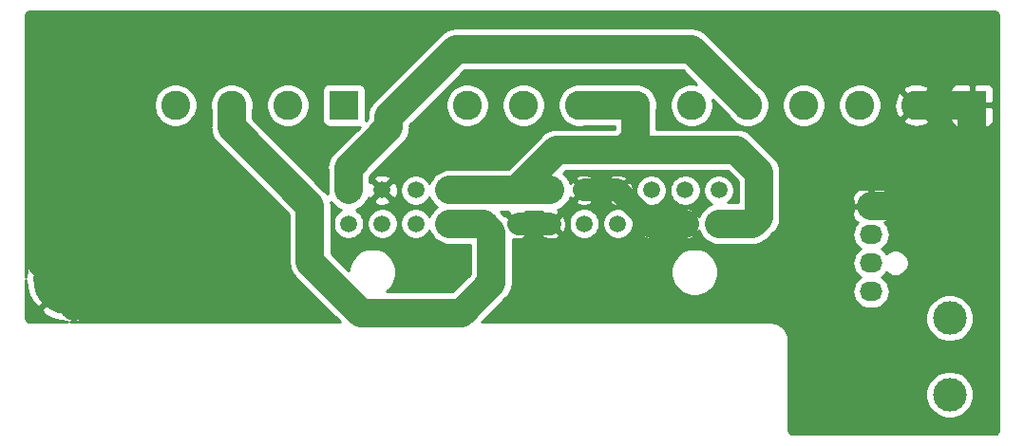
<source format=gbr>
G04 #@! TF.GenerationSoftware,KiCad,Pcbnew,5.1.5-52549c5~84~ubuntu18.04.1*
G04 #@! TF.CreationDate,2020-03-22T20:22:03-04:00*
G04 #@! TF.ProjectId,imac_g3_down_converter_board_adapter,696d6163-5f67-4335-9f64-6f776e5f636f,1*
G04 #@! TF.SameCoordinates,Original*
G04 #@! TF.FileFunction,Copper,L2,Bot*
G04 #@! TF.FilePolarity,Positive*
%FSLAX46Y46*%
G04 Gerber Fmt 4.6, Leading zero omitted, Abs format (unit mm)*
G04 Created by KiCad (PCBNEW 5.1.5-52549c5~84~ubuntu18.04.1) date 2020-03-22 20:22:03*
%MOMM*%
%LPD*%
G04 APERTURE LIST*
%ADD10R,2.600000X2.600000*%
%ADD11C,2.600000*%
%ADD12C,0.100000*%
%ADD13C,1.500000*%
%ADD14C,6.400000*%
%ADD15C,0.800000*%
%ADD16R,2.030000X1.730000*%
%ADD17O,2.030000X1.730000*%
%ADD18C,3.000000*%
%ADD19C,2.500000*%
%ADD20C,2.000000*%
%ADD21C,0.254000*%
G04 APERTURE END LIST*
D10*
X173462000Y-69690000D03*
D11*
X168462000Y-69690000D03*
X163462000Y-69690000D03*
X158462000Y-69690000D03*
X153462000Y-69690000D03*
X148462000Y-69690000D03*
X143462000Y-69690000D03*
X138462000Y-69690000D03*
X133462000Y-69690000D03*
X128462000Y-69690000D03*
D10*
X117462000Y-69690000D03*
D11*
X112462000Y-69690000D03*
X107462000Y-69690000D03*
X102462000Y-69690000D03*
G04 #@! TA.AperFunction,ComponentPad*
D12*
G36*
X151406504Y-79521204D02*
G01*
X151430773Y-79524804D01*
X151454571Y-79530765D01*
X151477671Y-79539030D01*
X151499849Y-79549520D01*
X151520893Y-79562133D01*
X151540598Y-79576747D01*
X151558777Y-79593223D01*
X151575253Y-79611402D01*
X151589867Y-79631107D01*
X151602480Y-79652151D01*
X151612970Y-79674329D01*
X151621235Y-79697429D01*
X151627196Y-79721227D01*
X151630796Y-79745496D01*
X151632000Y-79770000D01*
X151632000Y-80770000D01*
X151630796Y-80794504D01*
X151627196Y-80818773D01*
X151621235Y-80842571D01*
X151612970Y-80865671D01*
X151602480Y-80887849D01*
X151589867Y-80908893D01*
X151575253Y-80928598D01*
X151558777Y-80946777D01*
X151540598Y-80963253D01*
X151520893Y-80977867D01*
X151499849Y-80990480D01*
X151477671Y-81000970D01*
X151454571Y-81009235D01*
X151430773Y-81015196D01*
X151406504Y-81018796D01*
X151382000Y-81020000D01*
X150382000Y-81020000D01*
X150357496Y-81018796D01*
X150333227Y-81015196D01*
X150309429Y-81009235D01*
X150286329Y-81000970D01*
X150264151Y-80990480D01*
X150243107Y-80977867D01*
X150223402Y-80963253D01*
X150205223Y-80946777D01*
X150188747Y-80928598D01*
X150174133Y-80908893D01*
X150161520Y-80887849D01*
X150151030Y-80865671D01*
X150142765Y-80842571D01*
X150136804Y-80818773D01*
X150133204Y-80794504D01*
X150132000Y-80770000D01*
X150132000Y-79770000D01*
X150133204Y-79745496D01*
X150136804Y-79721227D01*
X150142765Y-79697429D01*
X150151030Y-79674329D01*
X150161520Y-79652151D01*
X150174133Y-79631107D01*
X150188747Y-79611402D01*
X150205223Y-79593223D01*
X150223402Y-79576747D01*
X150243107Y-79562133D01*
X150264151Y-79549520D01*
X150286329Y-79539030D01*
X150309429Y-79530765D01*
X150333227Y-79524804D01*
X150357496Y-79521204D01*
X150382000Y-79520000D01*
X151382000Y-79520000D01*
X151406504Y-79521204D01*
G37*
G04 #@! TD.AperFunction*
D13*
X147882000Y-80270000D03*
X144882000Y-80270000D03*
X141882000Y-80270000D03*
X138882000Y-80270000D03*
X135882000Y-80270000D03*
X132882000Y-80270000D03*
X129882000Y-80270000D03*
X126882000Y-80270000D03*
X123882000Y-80270000D03*
X120882000Y-80270000D03*
X117882000Y-80270000D03*
X150882000Y-77270000D03*
X147882000Y-77270000D03*
X144882000Y-77270000D03*
X141882000Y-77270000D03*
X138882000Y-77270000D03*
X135882000Y-77270000D03*
X132882000Y-77270000D03*
X129882000Y-77270000D03*
X126882000Y-77270000D03*
X123882000Y-77270000D03*
X120882000Y-77270000D03*
X117882000Y-77270000D03*
D14*
X92962000Y-85190000D03*
D15*
X95362000Y-85190000D03*
X94659056Y-86887056D03*
X92962000Y-87590000D03*
X91264944Y-86887056D03*
X90562000Y-85190000D03*
X91264944Y-83492944D03*
X92962000Y-82790000D03*
X94659056Y-83492944D03*
D16*
X164462000Y-78690000D03*
D17*
X164462000Y-81230000D03*
X164462000Y-83770000D03*
X164462000Y-86310000D03*
D18*
X171462000Y-88690000D03*
X171462000Y-95515001D03*
D19*
X147882000Y-80270000D02*
X144882000Y-80270000D01*
D20*
X141882000Y-77270000D02*
X144882000Y-80270000D01*
X138882000Y-77270000D02*
X141882000Y-77270000D01*
X134821340Y-80270000D02*
X133082009Y-80270000D01*
X135882000Y-80270000D02*
X134821340Y-80270000D01*
D19*
X168462000Y-69690000D02*
X173462000Y-69690000D01*
X164462000Y-78690000D02*
X171986990Y-78690000D01*
X173462000Y-77214990D02*
X173462000Y-69690000D01*
X171986990Y-78690000D02*
X173462000Y-77214990D01*
X92962000Y-85190000D02*
X91962000Y-85190000D01*
X91962000Y-85190000D02*
X90462000Y-83690000D01*
X91462000Y-83690000D02*
X92962000Y-85190000D01*
X91462000Y-82690000D02*
X91462000Y-83690000D01*
X92962000Y-85190000D02*
X92962000Y-82190000D01*
X94462000Y-83690000D02*
X92962000Y-85190000D01*
X94462000Y-82690000D02*
X94462000Y-83690000D01*
X92962000Y-85190000D02*
X94962000Y-85190000D01*
X94962000Y-85190000D02*
X96462000Y-83690000D01*
X96462000Y-83690000D02*
X96462000Y-84090000D01*
X94962000Y-85190000D02*
X96462000Y-86690000D01*
X94659056Y-86887056D02*
X92962000Y-85190000D01*
X96264944Y-86887056D02*
X94659056Y-86887056D01*
X96462000Y-86690000D02*
X96264944Y-86887056D01*
X92962000Y-87190000D02*
X93462000Y-87690000D01*
X92962000Y-85190000D02*
X92962000Y-87190000D01*
X94462000Y-87690000D02*
X99462000Y-87690000D01*
X92962000Y-86190000D02*
X94462000Y-87690000D01*
X92962000Y-85190000D02*
X92962000Y-86190000D01*
X126882000Y-77270000D02*
X135882000Y-77270000D01*
X133462000Y-76690000D02*
X132882000Y-77270000D01*
X132882000Y-77270000D02*
X136462000Y-73690000D01*
X152462000Y-73690000D02*
X154462000Y-75690000D01*
X154462000Y-75690000D02*
X154462000Y-79690000D01*
X153882000Y-80270000D02*
X150882000Y-80270000D01*
X154462000Y-79690000D02*
X153882000Y-80270000D01*
X138462000Y-69690000D02*
X143462000Y-69690000D01*
X143462000Y-72690000D02*
X142462000Y-73690000D01*
X143462000Y-69690000D02*
X143462000Y-72690000D01*
X136462000Y-73690000D02*
X142462000Y-73690000D01*
X142462000Y-73690000D02*
X152462000Y-73690000D01*
X117882000Y-77270000D02*
X117882000Y-75270000D01*
X117882000Y-75270000D02*
X121462000Y-71690000D01*
X121462000Y-71690000D02*
X121462000Y-70690000D01*
X121462000Y-70690000D02*
X127462000Y-64690000D01*
X148462000Y-64690000D02*
X153462000Y-69690000D01*
X127462000Y-64690000D02*
X148462000Y-64690000D01*
X126882000Y-80270000D02*
X129882000Y-80270000D01*
X130631999Y-85520001D02*
X127937010Y-88214990D01*
X129882000Y-80270000D02*
X130631999Y-81019999D01*
X130631999Y-81019999D02*
X130631999Y-85520001D01*
X127937010Y-88214990D02*
X118986990Y-88214990D01*
X118986990Y-88214990D02*
X114462000Y-83690000D01*
X114462000Y-83690000D02*
X114462000Y-78690000D01*
X107462000Y-71690000D02*
X107462000Y-69690000D01*
X114462000Y-78690000D02*
X107462000Y-71690000D01*
D21*
G36*
X175527424Y-61359580D02*
G01*
X175590356Y-61378580D01*
X175648405Y-61409445D01*
X175699343Y-61450989D01*
X175741248Y-61501644D01*
X175772515Y-61559471D01*
X175791956Y-61622272D01*
X175802000Y-61717835D01*
X175802001Y-98657711D01*
X175792420Y-98755424D01*
X175773420Y-98818357D01*
X175742554Y-98876406D01*
X175701011Y-98927343D01*
X175650356Y-98969248D01*
X175592529Y-99000515D01*
X175529728Y-99019956D01*
X175434165Y-99030000D01*
X157494279Y-99030000D01*
X157396576Y-99020420D01*
X157333643Y-99001420D01*
X157275594Y-98970554D01*
X157224657Y-98929011D01*
X157182752Y-98878356D01*
X157151485Y-98820529D01*
X157132044Y-98757728D01*
X157122000Y-98662165D01*
X157122000Y-95304722D01*
X169327000Y-95304722D01*
X169327000Y-95725280D01*
X169409047Y-96137757D01*
X169569988Y-96526303D01*
X169803637Y-96875984D01*
X170101017Y-97173364D01*
X170450698Y-97407013D01*
X170839244Y-97567954D01*
X171251721Y-97650001D01*
X171672279Y-97650001D01*
X172084756Y-97567954D01*
X172473302Y-97407013D01*
X172822983Y-97173364D01*
X173120363Y-96875984D01*
X173354012Y-96526303D01*
X173514953Y-96137757D01*
X173597000Y-95725280D01*
X173597000Y-95304722D01*
X173514953Y-94892245D01*
X173354012Y-94503699D01*
X173120363Y-94154018D01*
X172822983Y-93856638D01*
X172473302Y-93622989D01*
X172084756Y-93462048D01*
X171672279Y-93380001D01*
X171251721Y-93380001D01*
X170839244Y-93462048D01*
X170450698Y-93622989D01*
X170101017Y-93856638D01*
X169803637Y-94154018D01*
X169569988Y-94503699D01*
X169409047Y-94892245D01*
X169327000Y-95304722D01*
X157122000Y-95304722D01*
X157122000Y-90657581D01*
X157119217Y-90629326D01*
X157119260Y-90623199D01*
X157118360Y-90614028D01*
X157097959Y-90419931D01*
X157085934Y-90361348D01*
X157074723Y-90302577D01*
X157072059Y-90293755D01*
X157014347Y-90107317D01*
X156991162Y-90052162D01*
X156968758Y-89996709D01*
X156964432Y-89988573D01*
X156871607Y-89816896D01*
X156838139Y-89767278D01*
X156805400Y-89717247D01*
X156799576Y-89710106D01*
X156675172Y-89559728D01*
X156632737Y-89517589D01*
X156590874Y-89474839D01*
X156583773Y-89468966D01*
X156432531Y-89345616D01*
X156382738Y-89312534D01*
X156333349Y-89278716D01*
X156325243Y-89274333D01*
X156152921Y-89182708D01*
X156097606Y-89159909D01*
X156042634Y-89136348D01*
X156033831Y-89133623D01*
X155846995Y-89077214D01*
X155788307Y-89065594D01*
X155729804Y-89053158D01*
X155720639Y-89052195D01*
X155526405Y-89033150D01*
X155526402Y-89033150D01*
X155494419Y-89030000D01*
X129787792Y-89030000D01*
X130338071Y-88479721D01*
X169327000Y-88479721D01*
X169327000Y-88900279D01*
X169409047Y-89312756D01*
X169569988Y-89701302D01*
X169803637Y-90050983D01*
X170101017Y-90348363D01*
X170450698Y-90582012D01*
X170839244Y-90742953D01*
X171251721Y-90825000D01*
X171672279Y-90825000D01*
X172084756Y-90742953D01*
X172473302Y-90582012D01*
X172822983Y-90348363D01*
X173120363Y-90050983D01*
X173354012Y-89701302D01*
X173514953Y-89312756D01*
X173597000Y-88900279D01*
X173597000Y-88479721D01*
X173514953Y-88067244D01*
X173354012Y-87678698D01*
X173120363Y-87329017D01*
X172822983Y-87031637D01*
X172473302Y-86797988D01*
X172084756Y-86637047D01*
X171672279Y-86555000D01*
X171251721Y-86555000D01*
X170839244Y-86637047D01*
X170450698Y-86797988D01*
X170101017Y-87031637D01*
X169803637Y-87329017D01*
X169569988Y-87678698D01*
X169409047Y-88067244D01*
X169327000Y-88479721D01*
X130338071Y-88479721D01*
X131899422Y-86918371D01*
X131971344Y-86859346D01*
X132206902Y-86572318D01*
X132381938Y-86244849D01*
X132463092Y-85977320D01*
X132489724Y-85889526D01*
X132508983Y-85693981D01*
X132516999Y-85612598D01*
X132516999Y-85612590D01*
X132526118Y-85520001D01*
X132516999Y-85427412D01*
X132516999Y-84379721D01*
X146587000Y-84379721D01*
X146587000Y-84800279D01*
X146669047Y-85212756D01*
X146829988Y-85601302D01*
X147063637Y-85950983D01*
X147361017Y-86248363D01*
X147710698Y-86482012D01*
X148099244Y-86642953D01*
X148511721Y-86725000D01*
X148932279Y-86725000D01*
X149344756Y-86642953D01*
X149733302Y-86482012D01*
X150082983Y-86248363D01*
X150380363Y-85950983D01*
X150614012Y-85601302D01*
X150774953Y-85212756D01*
X150857000Y-84800279D01*
X150857000Y-84379721D01*
X150774953Y-83967244D01*
X150614012Y-83578698D01*
X150380363Y-83229017D01*
X150082983Y-82931637D01*
X149733302Y-82697988D01*
X149344756Y-82537047D01*
X148932279Y-82455000D01*
X148511721Y-82455000D01*
X148099244Y-82537047D01*
X147710698Y-82697988D01*
X147361017Y-82931637D01*
X147063637Y-83229017D01*
X146829988Y-83578698D01*
X146669047Y-83967244D01*
X146587000Y-84379721D01*
X132516999Y-84379721D01*
X132516999Y-81606459D01*
X132681960Y-81647250D01*
X132954492Y-81659812D01*
X133224238Y-81618965D01*
X133480832Y-81526277D01*
X133593863Y-81465860D01*
X133659388Y-81226993D01*
X135104612Y-81226993D01*
X135170137Y-81465860D01*
X135417116Y-81581760D01*
X135681960Y-81647250D01*
X135954492Y-81659812D01*
X136224238Y-81618965D01*
X136480832Y-81526277D01*
X136593863Y-81465860D01*
X136659388Y-81226993D01*
X135882000Y-80449605D01*
X135104612Y-81226993D01*
X133659388Y-81226993D01*
X132882000Y-80449605D01*
X132867858Y-80463748D01*
X132688253Y-80284143D01*
X132702395Y-80270000D01*
X133061605Y-80270000D01*
X133838993Y-81047388D01*
X134077860Y-80981863D01*
X134193760Y-80734884D01*
X134259250Y-80470040D01*
X134265129Y-80342492D01*
X134492188Y-80342492D01*
X134533035Y-80612238D01*
X134625723Y-80868832D01*
X134686140Y-80981863D01*
X134925007Y-81047388D01*
X135702395Y-80270000D01*
X136061605Y-80270000D01*
X136838993Y-81047388D01*
X137077860Y-80981863D01*
X137193760Y-80734884D01*
X137259250Y-80470040D01*
X137271812Y-80197508D01*
X137262133Y-80133589D01*
X137497000Y-80133589D01*
X137497000Y-80406411D01*
X137550225Y-80673989D01*
X137654629Y-80926043D01*
X137806201Y-81152886D01*
X137999114Y-81345799D01*
X138225957Y-81497371D01*
X138478011Y-81601775D01*
X138745589Y-81655000D01*
X139018411Y-81655000D01*
X139285989Y-81601775D01*
X139538043Y-81497371D01*
X139764886Y-81345799D01*
X139957799Y-81152886D01*
X140109371Y-80926043D01*
X140213775Y-80673989D01*
X140267000Y-80406411D01*
X140267000Y-80133589D01*
X140497000Y-80133589D01*
X140497000Y-80406411D01*
X140550225Y-80673989D01*
X140654629Y-80926043D01*
X140806201Y-81152886D01*
X140999114Y-81345799D01*
X141225957Y-81497371D01*
X141478011Y-81601775D01*
X141745589Y-81655000D01*
X142018411Y-81655000D01*
X142285989Y-81601775D01*
X142538043Y-81497371D01*
X142764886Y-81345799D01*
X142883692Y-81226993D01*
X144104612Y-81226993D01*
X144170137Y-81465860D01*
X144417116Y-81581760D01*
X144681960Y-81647250D01*
X144954492Y-81659812D01*
X145224238Y-81618965D01*
X145480832Y-81526277D01*
X145593863Y-81465860D01*
X145659388Y-81226993D01*
X147104612Y-81226993D01*
X147170137Y-81465860D01*
X147417116Y-81581760D01*
X147681960Y-81647250D01*
X147954492Y-81659812D01*
X148224238Y-81618965D01*
X148480832Y-81526277D01*
X148593863Y-81465860D01*
X148659388Y-81226993D01*
X147882000Y-80449605D01*
X147104612Y-81226993D01*
X145659388Y-81226993D01*
X144882000Y-80449605D01*
X144104612Y-81226993D01*
X142883692Y-81226993D01*
X142957799Y-81152886D01*
X143109371Y-80926043D01*
X143213775Y-80673989D01*
X143267000Y-80406411D01*
X143267000Y-80342492D01*
X143492188Y-80342492D01*
X143533035Y-80612238D01*
X143625723Y-80868832D01*
X143686140Y-80981863D01*
X143925007Y-81047388D01*
X144702395Y-80270000D01*
X145061605Y-80270000D01*
X145838993Y-81047388D01*
X146077860Y-80981863D01*
X146193760Y-80734884D01*
X146259250Y-80470040D01*
X146265129Y-80342492D01*
X146492188Y-80342492D01*
X146533035Y-80612238D01*
X146625723Y-80868832D01*
X146686140Y-80981863D01*
X146925007Y-81047388D01*
X147702395Y-80270000D01*
X146925007Y-79492612D01*
X146686140Y-79558137D01*
X146570240Y-79805116D01*
X146504750Y-80069960D01*
X146492188Y-80342492D01*
X146265129Y-80342492D01*
X146271812Y-80197508D01*
X146230965Y-79927762D01*
X146138277Y-79671168D01*
X146077860Y-79558137D01*
X145838993Y-79492612D01*
X145061605Y-80270000D01*
X144702395Y-80270000D01*
X143925007Y-79492612D01*
X143686140Y-79558137D01*
X143570240Y-79805116D01*
X143504750Y-80069960D01*
X143492188Y-80342492D01*
X143267000Y-80342492D01*
X143267000Y-80133589D01*
X143213775Y-79866011D01*
X143109371Y-79613957D01*
X142957799Y-79387114D01*
X142883692Y-79313007D01*
X144104612Y-79313007D01*
X144882000Y-80090395D01*
X145659388Y-79313007D01*
X147104612Y-79313007D01*
X147882000Y-80090395D01*
X148659388Y-79313007D01*
X148593863Y-79074140D01*
X148346884Y-78958240D01*
X148082040Y-78892750D01*
X147809508Y-78880188D01*
X147539762Y-78921035D01*
X147283168Y-79013723D01*
X147170137Y-79074140D01*
X147104612Y-79313007D01*
X145659388Y-79313007D01*
X145593863Y-79074140D01*
X145346884Y-78958240D01*
X145082040Y-78892750D01*
X144809508Y-78880188D01*
X144539762Y-78921035D01*
X144283168Y-79013723D01*
X144170137Y-79074140D01*
X144104612Y-79313007D01*
X142883692Y-79313007D01*
X142764886Y-79194201D01*
X142538043Y-79042629D01*
X142285989Y-78938225D01*
X142018411Y-78885000D01*
X141745589Y-78885000D01*
X141478011Y-78938225D01*
X141225957Y-79042629D01*
X140999114Y-79194201D01*
X140806201Y-79387114D01*
X140654629Y-79613957D01*
X140550225Y-79866011D01*
X140497000Y-80133589D01*
X140267000Y-80133589D01*
X140213775Y-79866011D01*
X140109371Y-79613957D01*
X139957799Y-79387114D01*
X139764886Y-79194201D01*
X139538043Y-79042629D01*
X139285989Y-78938225D01*
X139018411Y-78885000D01*
X138745589Y-78885000D01*
X138478011Y-78938225D01*
X138225957Y-79042629D01*
X137999114Y-79194201D01*
X137806201Y-79387114D01*
X137654629Y-79613957D01*
X137550225Y-79866011D01*
X137497000Y-80133589D01*
X137262133Y-80133589D01*
X137230965Y-79927762D01*
X137138277Y-79671168D01*
X137077860Y-79558137D01*
X136838993Y-79492612D01*
X136061605Y-80270000D01*
X135702395Y-80270000D01*
X134925007Y-79492612D01*
X134686140Y-79558137D01*
X134570240Y-79805116D01*
X134504750Y-80069960D01*
X134492188Y-80342492D01*
X134265129Y-80342492D01*
X134271812Y-80197508D01*
X134230965Y-79927762D01*
X134138277Y-79671168D01*
X134077860Y-79558137D01*
X133838993Y-79492612D01*
X133061605Y-80270000D01*
X132702395Y-80270000D01*
X131925007Y-79492612D01*
X131803685Y-79525893D01*
X131432792Y-79155000D01*
X132147956Y-79155000D01*
X132104612Y-79313007D01*
X132882000Y-80090395D01*
X133659388Y-79313007D01*
X133616044Y-79155000D01*
X135147956Y-79155000D01*
X135104612Y-79313007D01*
X135882000Y-80090395D01*
X136659388Y-79313007D01*
X136593863Y-79074140D01*
X136528809Y-79043612D01*
X136606848Y-79019939D01*
X136934317Y-78844903D01*
X137221345Y-78609345D01*
X137456903Y-78322317D01*
X137507854Y-78226993D01*
X138104612Y-78226993D01*
X138170137Y-78465860D01*
X138417116Y-78581760D01*
X138681960Y-78647250D01*
X138954492Y-78659812D01*
X139224238Y-78618965D01*
X139480832Y-78526277D01*
X139593863Y-78465860D01*
X139659388Y-78226993D01*
X141104612Y-78226993D01*
X141170137Y-78465860D01*
X141417116Y-78581760D01*
X141681960Y-78647250D01*
X141954492Y-78659812D01*
X142224238Y-78618965D01*
X142480832Y-78526277D01*
X142593863Y-78465860D01*
X142659388Y-78226993D01*
X141882000Y-77449605D01*
X141104612Y-78226993D01*
X139659388Y-78226993D01*
X138882000Y-77449605D01*
X138104612Y-78226993D01*
X137507854Y-78226993D01*
X137631939Y-77994848D01*
X137654075Y-77921875D01*
X137686140Y-77981863D01*
X137925007Y-78047388D01*
X138702395Y-77270000D01*
X139061605Y-77270000D01*
X139838993Y-78047388D01*
X140077860Y-77981863D01*
X140193760Y-77734884D01*
X140259250Y-77470040D01*
X140265129Y-77342492D01*
X140492188Y-77342492D01*
X140533035Y-77612238D01*
X140625723Y-77868832D01*
X140686140Y-77981863D01*
X140925007Y-78047388D01*
X141702395Y-77270000D01*
X142061605Y-77270000D01*
X142838993Y-78047388D01*
X143077860Y-77981863D01*
X143193760Y-77734884D01*
X143259250Y-77470040D01*
X143271812Y-77197508D01*
X143262133Y-77133589D01*
X143497000Y-77133589D01*
X143497000Y-77406411D01*
X143550225Y-77673989D01*
X143654629Y-77926043D01*
X143806201Y-78152886D01*
X143999114Y-78345799D01*
X144225957Y-78497371D01*
X144478011Y-78601775D01*
X144745589Y-78655000D01*
X145018411Y-78655000D01*
X145285989Y-78601775D01*
X145538043Y-78497371D01*
X145764886Y-78345799D01*
X145957799Y-78152886D01*
X146109371Y-77926043D01*
X146213775Y-77673989D01*
X146267000Y-77406411D01*
X146267000Y-77133589D01*
X146497000Y-77133589D01*
X146497000Y-77406411D01*
X146550225Y-77673989D01*
X146654629Y-77926043D01*
X146806201Y-78152886D01*
X146999114Y-78345799D01*
X147225957Y-78497371D01*
X147478011Y-78601775D01*
X147745589Y-78655000D01*
X148018411Y-78655000D01*
X148285989Y-78601775D01*
X148538043Y-78497371D01*
X148764886Y-78345799D01*
X148957799Y-78152886D01*
X149109371Y-77926043D01*
X149213775Y-77673989D01*
X149267000Y-77406411D01*
X149267000Y-77133589D01*
X149213775Y-76866011D01*
X149109371Y-76613957D01*
X148957799Y-76387114D01*
X148764886Y-76194201D01*
X148538043Y-76042629D01*
X148285989Y-75938225D01*
X148018411Y-75885000D01*
X147745589Y-75885000D01*
X147478011Y-75938225D01*
X147225957Y-76042629D01*
X146999114Y-76194201D01*
X146806201Y-76387114D01*
X146654629Y-76613957D01*
X146550225Y-76866011D01*
X146497000Y-77133589D01*
X146267000Y-77133589D01*
X146213775Y-76866011D01*
X146109371Y-76613957D01*
X145957799Y-76387114D01*
X145764886Y-76194201D01*
X145538043Y-76042629D01*
X145285989Y-75938225D01*
X145018411Y-75885000D01*
X144745589Y-75885000D01*
X144478011Y-75938225D01*
X144225957Y-76042629D01*
X143999114Y-76194201D01*
X143806201Y-76387114D01*
X143654629Y-76613957D01*
X143550225Y-76866011D01*
X143497000Y-77133589D01*
X143262133Y-77133589D01*
X143230965Y-76927762D01*
X143138277Y-76671168D01*
X143077860Y-76558137D01*
X142838993Y-76492612D01*
X142061605Y-77270000D01*
X141702395Y-77270000D01*
X140925007Y-76492612D01*
X140686140Y-76558137D01*
X140570240Y-76805116D01*
X140504750Y-77069960D01*
X140492188Y-77342492D01*
X140265129Y-77342492D01*
X140271812Y-77197508D01*
X140230965Y-76927762D01*
X140138277Y-76671168D01*
X140077860Y-76558137D01*
X139838993Y-76492612D01*
X139061605Y-77270000D01*
X138702395Y-77270000D01*
X137925007Y-76492612D01*
X137686140Y-76558137D01*
X137655612Y-76623191D01*
X137631939Y-76545152D01*
X137507855Y-76313007D01*
X138104612Y-76313007D01*
X138882000Y-77090395D01*
X139659388Y-76313007D01*
X141104612Y-76313007D01*
X141882000Y-77090395D01*
X142659388Y-76313007D01*
X142593863Y-76074140D01*
X142346884Y-75958240D01*
X142082040Y-75892750D01*
X141809508Y-75880188D01*
X141539762Y-75921035D01*
X141283168Y-76013723D01*
X141170137Y-76074140D01*
X141104612Y-76313007D01*
X139659388Y-76313007D01*
X139593863Y-76074140D01*
X139346884Y-75958240D01*
X139082040Y-75892750D01*
X138809508Y-75880188D01*
X138539762Y-75921035D01*
X138283168Y-76013723D01*
X138170137Y-76074140D01*
X138104612Y-76313007D01*
X137507855Y-76313007D01*
X137456903Y-76217683D01*
X137221345Y-75930655D01*
X137037783Y-75780010D01*
X137242793Y-75575000D01*
X142369411Y-75575000D01*
X142462000Y-75584119D01*
X142554589Y-75575000D01*
X151681208Y-75575000D01*
X152577000Y-76470793D01*
X152577001Y-78385000D01*
X151706218Y-78385000D01*
X151764886Y-78345799D01*
X151957799Y-78152886D01*
X152109371Y-77926043D01*
X152213775Y-77673989D01*
X152267000Y-77406411D01*
X152267000Y-77133589D01*
X152213775Y-76866011D01*
X152109371Y-76613957D01*
X151957799Y-76387114D01*
X151764886Y-76194201D01*
X151538043Y-76042629D01*
X151285989Y-75938225D01*
X151018411Y-75885000D01*
X150745589Y-75885000D01*
X150478011Y-75938225D01*
X150225957Y-76042629D01*
X149999114Y-76194201D01*
X149806201Y-76387114D01*
X149654629Y-76613957D01*
X149550225Y-76866011D01*
X149497000Y-77133589D01*
X149497000Y-77406411D01*
X149550225Y-77673989D01*
X149654629Y-77926043D01*
X149806201Y-78152886D01*
X149999114Y-78345799D01*
X150225957Y-78497371D01*
X150228491Y-78498421D01*
X150157152Y-78520061D01*
X149829683Y-78695097D01*
X149542655Y-78930655D01*
X149307097Y-79217683D01*
X149132061Y-79545152D01*
X149109925Y-79618125D01*
X149077860Y-79558137D01*
X148838993Y-79492612D01*
X148061605Y-80270000D01*
X148838993Y-81047388D01*
X149077860Y-80981863D01*
X149108388Y-80916809D01*
X149132061Y-80994848D01*
X149307097Y-81322317D01*
X149542655Y-81609345D01*
X149829683Y-81844903D01*
X150157152Y-82019939D01*
X150512476Y-82127725D01*
X150789403Y-82155000D01*
X153789411Y-82155000D01*
X153882000Y-82164119D01*
X153974589Y-82155000D01*
X153974597Y-82155000D01*
X154251524Y-82127725D01*
X154606848Y-82019939D01*
X154934317Y-81844903D01*
X155221345Y-81609345D01*
X155280374Y-81537418D01*
X155587792Y-81230000D01*
X162804743Y-81230000D01*
X162833705Y-81524051D01*
X162919476Y-81806802D01*
X163058762Y-82067387D01*
X163246208Y-82295792D01*
X163474613Y-82483238D01*
X163505972Y-82500000D01*
X163474613Y-82516762D01*
X163246208Y-82704208D01*
X163058762Y-82932613D01*
X162919476Y-83193198D01*
X162833705Y-83475949D01*
X162804743Y-83770000D01*
X162833705Y-84064051D01*
X162919476Y-84346802D01*
X163058762Y-84607387D01*
X163246208Y-84835792D01*
X163474613Y-85023238D01*
X163505972Y-85040000D01*
X163474613Y-85056762D01*
X163246208Y-85244208D01*
X163058762Y-85472613D01*
X162919476Y-85733198D01*
X162833705Y-86015949D01*
X162804743Y-86310000D01*
X162833705Y-86604051D01*
X162919476Y-86886802D01*
X163058762Y-87147387D01*
X163246208Y-87375792D01*
X163474613Y-87563238D01*
X163735198Y-87702524D01*
X164017949Y-87788295D01*
X164238320Y-87810000D01*
X164685680Y-87810000D01*
X164906051Y-87788295D01*
X165188802Y-87702524D01*
X165449387Y-87563238D01*
X165677792Y-87375792D01*
X165865238Y-87147387D01*
X166004524Y-86886802D01*
X166090295Y-86604051D01*
X166119257Y-86310000D01*
X166090295Y-86015949D01*
X166004524Y-85733198D01*
X165865238Y-85472613D01*
X165677792Y-85244208D01*
X165449387Y-85056762D01*
X165418028Y-85040000D01*
X165449387Y-85023238D01*
X165677792Y-84835792D01*
X165828414Y-84652258D01*
X165866606Y-84690450D01*
X166060692Y-84820134D01*
X166276348Y-84909461D01*
X166505288Y-84955000D01*
X166738712Y-84955000D01*
X166967652Y-84909461D01*
X167183308Y-84820134D01*
X167377394Y-84690450D01*
X167542450Y-84525394D01*
X167672134Y-84331308D01*
X167761461Y-84115652D01*
X167807000Y-83886712D01*
X167807000Y-83653288D01*
X167761461Y-83424348D01*
X167672134Y-83208692D01*
X167542450Y-83014606D01*
X167377394Y-82849550D01*
X167183308Y-82719866D01*
X166967652Y-82630539D01*
X166738712Y-82585000D01*
X166505288Y-82585000D01*
X166276348Y-82630539D01*
X166060692Y-82719866D01*
X165866606Y-82849550D01*
X165828414Y-82887742D01*
X165677792Y-82704208D01*
X165449387Y-82516762D01*
X165418028Y-82500000D01*
X165449387Y-82483238D01*
X165677792Y-82295792D01*
X165865238Y-82067387D01*
X166004524Y-81806802D01*
X166090295Y-81524051D01*
X166119257Y-81230000D01*
X166090295Y-80935949D01*
X166004524Y-80653198D01*
X165865238Y-80392613D01*
X165677792Y-80164208D01*
X165671970Y-80159430D01*
X165721180Y-80144502D01*
X165831494Y-80085537D01*
X165928185Y-80006185D01*
X166007537Y-79909494D01*
X166066502Y-79799180D01*
X166102812Y-79679482D01*
X166115072Y-79555000D01*
X166112000Y-78975750D01*
X165953250Y-78817000D01*
X164589000Y-78817000D01*
X164589000Y-78837000D01*
X164335000Y-78837000D01*
X164335000Y-78817000D01*
X162970750Y-78817000D01*
X162812000Y-78975750D01*
X162808928Y-79555000D01*
X162821188Y-79679482D01*
X162857498Y-79799180D01*
X162916463Y-79909494D01*
X162995815Y-80006185D01*
X163092506Y-80085537D01*
X163202820Y-80144502D01*
X163252030Y-80159430D01*
X163246208Y-80164208D01*
X163058762Y-80392613D01*
X162919476Y-80653198D01*
X162833705Y-80935949D01*
X162804743Y-81230000D01*
X155587792Y-81230000D01*
X155729418Y-81088374D01*
X155801345Y-81029345D01*
X156036903Y-80742317D01*
X156211939Y-80414848D01*
X156297258Y-80133589D01*
X156319725Y-80059525D01*
X156327876Y-79976762D01*
X156347000Y-79782597D01*
X156347000Y-79782589D01*
X156356119Y-79690000D01*
X156347000Y-79597411D01*
X156347000Y-77825000D01*
X162808928Y-77825000D01*
X162812000Y-78404250D01*
X162970750Y-78563000D01*
X164335000Y-78563000D01*
X164335000Y-77348750D01*
X164589000Y-77348750D01*
X164589000Y-78563000D01*
X165953250Y-78563000D01*
X166112000Y-78404250D01*
X166115072Y-77825000D01*
X166102812Y-77700518D01*
X166066502Y-77580820D01*
X166007537Y-77470506D01*
X165928185Y-77373815D01*
X165831494Y-77294463D01*
X165721180Y-77235498D01*
X165601482Y-77199188D01*
X165477000Y-77186928D01*
X164747750Y-77190000D01*
X164589000Y-77348750D01*
X164335000Y-77348750D01*
X164176250Y-77190000D01*
X163447000Y-77186928D01*
X163322518Y-77199188D01*
X163202820Y-77235498D01*
X163092506Y-77294463D01*
X162995815Y-77373815D01*
X162916463Y-77470506D01*
X162857498Y-77580820D01*
X162821188Y-77700518D01*
X162808928Y-77825000D01*
X156347000Y-77825000D01*
X156347000Y-75782586D01*
X156356119Y-75689999D01*
X156347000Y-75597412D01*
X156347000Y-75597403D01*
X156319725Y-75320476D01*
X156211939Y-74965152D01*
X156036903Y-74637683D01*
X155801345Y-74350655D01*
X155729423Y-74291630D01*
X153860372Y-72422580D01*
X153801345Y-72350655D01*
X153514317Y-72115097D01*
X153186848Y-71940061D01*
X152831524Y-71832275D01*
X152554597Y-71805000D01*
X152554589Y-71805000D01*
X152462000Y-71795881D01*
X152369411Y-71805000D01*
X145347000Y-71805000D01*
X145347000Y-70131948D01*
X145397000Y-69880581D01*
X145397000Y-69499419D01*
X145322639Y-69125581D01*
X145176775Y-68773434D01*
X144965013Y-68456509D01*
X144695491Y-68186987D01*
X144378566Y-67975225D01*
X144026419Y-67829361D01*
X143652581Y-67755000D01*
X143271419Y-67755000D01*
X143020052Y-67805000D01*
X138903948Y-67805000D01*
X138652581Y-67755000D01*
X138271419Y-67755000D01*
X137897581Y-67829361D01*
X137545434Y-67975225D01*
X137228509Y-68186987D01*
X136958987Y-68456509D01*
X136747225Y-68773434D01*
X136601361Y-69125581D01*
X136527000Y-69499419D01*
X136527000Y-69880581D01*
X136601361Y-70254419D01*
X136747225Y-70606566D01*
X136958987Y-70923491D01*
X137228509Y-71193013D01*
X137545434Y-71404775D01*
X137897581Y-71550639D01*
X138271419Y-71625000D01*
X138652581Y-71625000D01*
X138903948Y-71575000D01*
X141577001Y-71575000D01*
X141577001Y-71805000D01*
X136554597Y-71805000D01*
X136462000Y-71795880D01*
X136369403Y-71805000D01*
X136092476Y-71832275D01*
X135737152Y-71940061D01*
X135570114Y-72029345D01*
X135409683Y-72115097D01*
X135194579Y-72291628D01*
X135194577Y-72291630D01*
X135122655Y-72350655D01*
X135063630Y-72422577D01*
X132101208Y-75385000D01*
X126789403Y-75385000D01*
X126512476Y-75412275D01*
X126157152Y-75520061D01*
X125829683Y-75695097D01*
X125542655Y-75930655D01*
X125307097Y-76217683D01*
X125132061Y-76545152D01*
X125110421Y-76616491D01*
X125109371Y-76613957D01*
X124957799Y-76387114D01*
X124764886Y-76194201D01*
X124538043Y-76042629D01*
X124285989Y-75938225D01*
X124018411Y-75885000D01*
X123745589Y-75885000D01*
X123478011Y-75938225D01*
X123225957Y-76042629D01*
X122999114Y-76194201D01*
X122806201Y-76387114D01*
X122654629Y-76613957D01*
X122550225Y-76866011D01*
X122497000Y-77133589D01*
X122497000Y-77406411D01*
X122550225Y-77673989D01*
X122654629Y-77926043D01*
X122806201Y-78152886D01*
X122999114Y-78345799D01*
X123225957Y-78497371D01*
X123478011Y-78601775D01*
X123745589Y-78655000D01*
X124018411Y-78655000D01*
X124285989Y-78601775D01*
X124538043Y-78497371D01*
X124764886Y-78345799D01*
X124957799Y-78152886D01*
X125109371Y-77926043D01*
X125110421Y-77923509D01*
X125132061Y-77994848D01*
X125307097Y-78322317D01*
X125542655Y-78609345D01*
X125738414Y-78770000D01*
X125542655Y-78930655D01*
X125307097Y-79217683D01*
X125132061Y-79545152D01*
X125110421Y-79616491D01*
X125109371Y-79613957D01*
X124957799Y-79387114D01*
X124764886Y-79194201D01*
X124538043Y-79042629D01*
X124285989Y-78938225D01*
X124018411Y-78885000D01*
X123745589Y-78885000D01*
X123478011Y-78938225D01*
X123225957Y-79042629D01*
X122999114Y-79194201D01*
X122806201Y-79387114D01*
X122654629Y-79613957D01*
X122550225Y-79866011D01*
X122497000Y-80133589D01*
X122497000Y-80406411D01*
X122550225Y-80673989D01*
X122654629Y-80926043D01*
X122806201Y-81152886D01*
X122999114Y-81345799D01*
X123225957Y-81497371D01*
X123478011Y-81601775D01*
X123745589Y-81655000D01*
X124018411Y-81655000D01*
X124285989Y-81601775D01*
X124538043Y-81497371D01*
X124764886Y-81345799D01*
X124957799Y-81152886D01*
X125109371Y-80926043D01*
X125110421Y-80923509D01*
X125132061Y-80994848D01*
X125307097Y-81322317D01*
X125542655Y-81609345D01*
X125829683Y-81844903D01*
X126157152Y-82019939D01*
X126512476Y-82127725D01*
X126789403Y-82155000D01*
X128746999Y-82155000D01*
X128747000Y-84739207D01*
X127156218Y-86329990D01*
X121260819Y-86329990D01*
X121382983Y-86248363D01*
X121680363Y-85950983D01*
X121914012Y-85601302D01*
X122074953Y-85212756D01*
X122157000Y-84800279D01*
X122157000Y-84379721D01*
X122074953Y-83967244D01*
X121914012Y-83578698D01*
X121680363Y-83229017D01*
X121382983Y-82931637D01*
X121033302Y-82697988D01*
X120644756Y-82537047D01*
X120232279Y-82455000D01*
X119811721Y-82455000D01*
X119399244Y-82537047D01*
X119010698Y-82697988D01*
X118661017Y-82931637D01*
X118363637Y-83229017D01*
X118129988Y-83578698D01*
X117969047Y-83967244D01*
X117887000Y-84379721D01*
X117887000Y-84449208D01*
X116347000Y-82909208D01*
X116347000Y-78782589D01*
X116356119Y-78690000D01*
X116347000Y-78597411D01*
X116347000Y-78597403D01*
X116321653Y-78340054D01*
X116542655Y-78609345D01*
X116829683Y-78844903D01*
X117157152Y-79019939D01*
X117228491Y-79041579D01*
X117225957Y-79042629D01*
X116999114Y-79194201D01*
X116806201Y-79387114D01*
X116654629Y-79613957D01*
X116550225Y-79866011D01*
X116497000Y-80133589D01*
X116497000Y-80406411D01*
X116550225Y-80673989D01*
X116654629Y-80926043D01*
X116806201Y-81152886D01*
X116999114Y-81345799D01*
X117225957Y-81497371D01*
X117478011Y-81601775D01*
X117745589Y-81655000D01*
X118018411Y-81655000D01*
X118285989Y-81601775D01*
X118538043Y-81497371D01*
X118764886Y-81345799D01*
X118957799Y-81152886D01*
X119109371Y-80926043D01*
X119213775Y-80673989D01*
X119267000Y-80406411D01*
X119267000Y-80133589D01*
X119497000Y-80133589D01*
X119497000Y-80406411D01*
X119550225Y-80673989D01*
X119654629Y-80926043D01*
X119806201Y-81152886D01*
X119999114Y-81345799D01*
X120225957Y-81497371D01*
X120478011Y-81601775D01*
X120745589Y-81655000D01*
X121018411Y-81655000D01*
X121285989Y-81601775D01*
X121538043Y-81497371D01*
X121764886Y-81345799D01*
X121957799Y-81152886D01*
X122109371Y-80926043D01*
X122213775Y-80673989D01*
X122267000Y-80406411D01*
X122267000Y-80133589D01*
X122213775Y-79866011D01*
X122109371Y-79613957D01*
X121957799Y-79387114D01*
X121764886Y-79194201D01*
X121538043Y-79042629D01*
X121285989Y-78938225D01*
X121018411Y-78885000D01*
X120745589Y-78885000D01*
X120478011Y-78938225D01*
X120225957Y-79042629D01*
X119999114Y-79194201D01*
X119806201Y-79387114D01*
X119654629Y-79613957D01*
X119550225Y-79866011D01*
X119497000Y-80133589D01*
X119267000Y-80133589D01*
X119213775Y-79866011D01*
X119109371Y-79613957D01*
X118957799Y-79387114D01*
X118764886Y-79194201D01*
X118538043Y-79042629D01*
X118535509Y-79041579D01*
X118606847Y-79019939D01*
X118934317Y-78844903D01*
X119221345Y-78609345D01*
X119456903Y-78322317D01*
X119507854Y-78226993D01*
X120104612Y-78226993D01*
X120170137Y-78465860D01*
X120417116Y-78581760D01*
X120681960Y-78647250D01*
X120954492Y-78659812D01*
X121224238Y-78618965D01*
X121480832Y-78526277D01*
X121593863Y-78465860D01*
X121659388Y-78226993D01*
X120882000Y-77449605D01*
X120104612Y-78226993D01*
X119507854Y-78226993D01*
X119631939Y-77994848D01*
X119654075Y-77921875D01*
X119686140Y-77981863D01*
X119925007Y-78047388D01*
X120702395Y-77270000D01*
X121061605Y-77270000D01*
X121838993Y-78047388D01*
X122077860Y-77981863D01*
X122193760Y-77734884D01*
X122259250Y-77470040D01*
X122271812Y-77197508D01*
X122230965Y-76927762D01*
X122138277Y-76671168D01*
X122077860Y-76558137D01*
X121838993Y-76492612D01*
X121061605Y-77270000D01*
X120702395Y-77270000D01*
X119925007Y-76492612D01*
X119767000Y-76535956D01*
X119767000Y-76313007D01*
X120104612Y-76313007D01*
X120882000Y-77090395D01*
X121659388Y-76313007D01*
X121593863Y-76074140D01*
X121346884Y-75958240D01*
X121082040Y-75892750D01*
X120809508Y-75880188D01*
X120539762Y-75921035D01*
X120283168Y-76013723D01*
X120170137Y-76074140D01*
X120104612Y-76313007D01*
X119767000Y-76313007D01*
X119767000Y-76050792D01*
X122729423Y-73088370D01*
X122801345Y-73029345D01*
X122860373Y-72957420D01*
X123036903Y-72742317D01*
X123092831Y-72637683D01*
X123211939Y-72414848D01*
X123319725Y-72059524D01*
X123347000Y-71782597D01*
X123347000Y-71782596D01*
X123356120Y-71690000D01*
X123347000Y-71597403D01*
X123347000Y-71470792D01*
X125318373Y-69499419D01*
X126527000Y-69499419D01*
X126527000Y-69880581D01*
X126601361Y-70254419D01*
X126747225Y-70606566D01*
X126958987Y-70923491D01*
X127228509Y-71193013D01*
X127545434Y-71404775D01*
X127897581Y-71550639D01*
X128271419Y-71625000D01*
X128652581Y-71625000D01*
X129026419Y-71550639D01*
X129378566Y-71404775D01*
X129695491Y-71193013D01*
X129965013Y-70923491D01*
X130176775Y-70606566D01*
X130322639Y-70254419D01*
X130397000Y-69880581D01*
X130397000Y-69499419D01*
X131527000Y-69499419D01*
X131527000Y-69880581D01*
X131601361Y-70254419D01*
X131747225Y-70606566D01*
X131958987Y-70923491D01*
X132228509Y-71193013D01*
X132545434Y-71404775D01*
X132897581Y-71550639D01*
X133271419Y-71625000D01*
X133652581Y-71625000D01*
X134026419Y-71550639D01*
X134378566Y-71404775D01*
X134695491Y-71193013D01*
X134965013Y-70923491D01*
X135176775Y-70606566D01*
X135322639Y-70254419D01*
X135397000Y-69880581D01*
X135397000Y-69499419D01*
X135322639Y-69125581D01*
X135176775Y-68773434D01*
X134965013Y-68456509D01*
X134695491Y-68186987D01*
X134378566Y-67975225D01*
X134026419Y-67829361D01*
X133652581Y-67755000D01*
X133271419Y-67755000D01*
X132897581Y-67829361D01*
X132545434Y-67975225D01*
X132228509Y-68186987D01*
X131958987Y-68456509D01*
X131747225Y-68773434D01*
X131601361Y-69125581D01*
X131527000Y-69499419D01*
X130397000Y-69499419D01*
X130322639Y-69125581D01*
X130176775Y-68773434D01*
X129965013Y-68456509D01*
X129695491Y-68186987D01*
X129378566Y-67975225D01*
X129026419Y-67829361D01*
X128652581Y-67755000D01*
X128271419Y-67755000D01*
X127897581Y-67829361D01*
X127545434Y-67975225D01*
X127228509Y-68186987D01*
X126958987Y-68456509D01*
X126747225Y-68773434D01*
X126601361Y-69125581D01*
X126527000Y-69499419D01*
X125318373Y-69499419D01*
X128242792Y-66575000D01*
X147681208Y-66575000D01*
X148913010Y-67806803D01*
X148652581Y-67755000D01*
X148271419Y-67755000D01*
X147897581Y-67829361D01*
X147545434Y-67975225D01*
X147228509Y-68186987D01*
X146958987Y-68456509D01*
X146747225Y-68773434D01*
X146601361Y-69125581D01*
X146527000Y-69499419D01*
X146527000Y-69880581D01*
X146601361Y-70254419D01*
X146747225Y-70606566D01*
X146958987Y-70923491D01*
X147228509Y-71193013D01*
X147545434Y-71404775D01*
X147897581Y-71550639D01*
X148271419Y-71625000D01*
X148652581Y-71625000D01*
X149026419Y-71550639D01*
X149378566Y-71404775D01*
X149695491Y-71193013D01*
X149965013Y-70923491D01*
X150176775Y-70606566D01*
X150322639Y-70254419D01*
X150397000Y-69880581D01*
X150397000Y-69499419D01*
X150345197Y-69238990D01*
X151816599Y-70710392D01*
X151958987Y-70923491D01*
X152228509Y-71193013D01*
X152545434Y-71404775D01*
X152897581Y-71550639D01*
X153271419Y-71625000D01*
X153652581Y-71625000D01*
X154026419Y-71550639D01*
X154378566Y-71404775D01*
X154695491Y-71193013D01*
X154965013Y-70923491D01*
X155176775Y-70606566D01*
X155322639Y-70254419D01*
X155397000Y-69880581D01*
X155397000Y-69499419D01*
X156527000Y-69499419D01*
X156527000Y-69880581D01*
X156601361Y-70254419D01*
X156747225Y-70606566D01*
X156958987Y-70923491D01*
X157228509Y-71193013D01*
X157545434Y-71404775D01*
X157897581Y-71550639D01*
X158271419Y-71625000D01*
X158652581Y-71625000D01*
X159026419Y-71550639D01*
X159378566Y-71404775D01*
X159695491Y-71193013D01*
X159965013Y-70923491D01*
X160176775Y-70606566D01*
X160322639Y-70254419D01*
X160397000Y-69880581D01*
X160397000Y-69499419D01*
X161527000Y-69499419D01*
X161527000Y-69880581D01*
X161601361Y-70254419D01*
X161747225Y-70606566D01*
X161958987Y-70923491D01*
X162228509Y-71193013D01*
X162545434Y-71404775D01*
X162897581Y-71550639D01*
X163271419Y-71625000D01*
X163652581Y-71625000D01*
X164026419Y-71550639D01*
X164378566Y-71404775D01*
X164695491Y-71193013D01*
X164849280Y-71039224D01*
X167292381Y-71039224D01*
X167424317Y-71334312D01*
X167765045Y-71505159D01*
X168132557Y-71606250D01*
X168512729Y-71633701D01*
X168890951Y-71586457D01*
X169252690Y-71466333D01*
X169499683Y-71334312D01*
X169631619Y-71039224D01*
X169582395Y-70990000D01*
X171523928Y-70990000D01*
X171536188Y-71114482D01*
X171572498Y-71234180D01*
X171631463Y-71344494D01*
X171710815Y-71441185D01*
X171807506Y-71520537D01*
X171917820Y-71579502D01*
X172037518Y-71615812D01*
X172162000Y-71628072D01*
X173176250Y-71625000D01*
X173335000Y-71466250D01*
X173335000Y-69817000D01*
X173589000Y-69817000D01*
X173589000Y-71466250D01*
X173747750Y-71625000D01*
X174762000Y-71628072D01*
X174886482Y-71615812D01*
X175006180Y-71579502D01*
X175116494Y-71520537D01*
X175213185Y-71441185D01*
X175292537Y-71344494D01*
X175351502Y-71234180D01*
X175387812Y-71114482D01*
X175400072Y-70990000D01*
X175397000Y-69975750D01*
X175238250Y-69817000D01*
X173589000Y-69817000D01*
X173335000Y-69817000D01*
X171685750Y-69817000D01*
X171527000Y-69975750D01*
X171523928Y-70990000D01*
X169582395Y-70990000D01*
X168462000Y-69869605D01*
X167292381Y-71039224D01*
X164849280Y-71039224D01*
X164965013Y-70923491D01*
X165176775Y-70606566D01*
X165322639Y-70254419D01*
X165397000Y-69880581D01*
X165397000Y-69740729D01*
X166518299Y-69740729D01*
X166565543Y-70118951D01*
X166685667Y-70480690D01*
X166817688Y-70727683D01*
X167112776Y-70859619D01*
X168282395Y-69690000D01*
X168641605Y-69690000D01*
X169811224Y-70859619D01*
X170106312Y-70727683D01*
X170277159Y-70386955D01*
X170378250Y-70019443D01*
X170405701Y-69639271D01*
X170358457Y-69261049D01*
X170238333Y-68899310D01*
X170106312Y-68652317D01*
X169811224Y-68520381D01*
X168641605Y-69690000D01*
X168282395Y-69690000D01*
X167112776Y-68520381D01*
X166817688Y-68652317D01*
X166646841Y-68993045D01*
X166545750Y-69360557D01*
X166518299Y-69740729D01*
X165397000Y-69740729D01*
X165397000Y-69499419D01*
X165322639Y-69125581D01*
X165176775Y-68773434D01*
X164965013Y-68456509D01*
X164849280Y-68340776D01*
X167292381Y-68340776D01*
X168462000Y-69510395D01*
X169582395Y-68390000D01*
X171523928Y-68390000D01*
X171527000Y-69404250D01*
X171685750Y-69563000D01*
X173335000Y-69563000D01*
X173335000Y-67913750D01*
X173589000Y-67913750D01*
X173589000Y-69563000D01*
X175238250Y-69563000D01*
X175397000Y-69404250D01*
X175400072Y-68390000D01*
X175387812Y-68265518D01*
X175351502Y-68145820D01*
X175292537Y-68035506D01*
X175213185Y-67938815D01*
X175116494Y-67859463D01*
X175006180Y-67800498D01*
X174886482Y-67764188D01*
X174762000Y-67751928D01*
X173747750Y-67755000D01*
X173589000Y-67913750D01*
X173335000Y-67913750D01*
X173176250Y-67755000D01*
X172162000Y-67751928D01*
X172037518Y-67764188D01*
X171917820Y-67800498D01*
X171807506Y-67859463D01*
X171710815Y-67938815D01*
X171631463Y-68035506D01*
X171572498Y-68145820D01*
X171536188Y-68265518D01*
X171523928Y-68390000D01*
X169582395Y-68390000D01*
X169631619Y-68340776D01*
X169499683Y-68045688D01*
X169158955Y-67874841D01*
X168791443Y-67773750D01*
X168411271Y-67746299D01*
X168033049Y-67793543D01*
X167671310Y-67913667D01*
X167424317Y-68045688D01*
X167292381Y-68340776D01*
X164849280Y-68340776D01*
X164695491Y-68186987D01*
X164378566Y-67975225D01*
X164026419Y-67829361D01*
X163652581Y-67755000D01*
X163271419Y-67755000D01*
X162897581Y-67829361D01*
X162545434Y-67975225D01*
X162228509Y-68186987D01*
X161958987Y-68456509D01*
X161747225Y-68773434D01*
X161601361Y-69125581D01*
X161527000Y-69499419D01*
X160397000Y-69499419D01*
X160322639Y-69125581D01*
X160176775Y-68773434D01*
X159965013Y-68456509D01*
X159695491Y-68186987D01*
X159378566Y-67975225D01*
X159026419Y-67829361D01*
X158652581Y-67755000D01*
X158271419Y-67755000D01*
X157897581Y-67829361D01*
X157545434Y-67975225D01*
X157228509Y-68186987D01*
X156958987Y-68456509D01*
X156747225Y-68773434D01*
X156601361Y-69125581D01*
X156527000Y-69499419D01*
X155397000Y-69499419D01*
X155322639Y-69125581D01*
X155176775Y-68773434D01*
X154965013Y-68456509D01*
X154695491Y-68186987D01*
X154482392Y-68044599D01*
X149860374Y-63422582D01*
X149801345Y-63350655D01*
X149514317Y-63115097D01*
X149186848Y-62940061D01*
X148831524Y-62832275D01*
X148554597Y-62805000D01*
X148554589Y-62805000D01*
X148462000Y-62795881D01*
X148369411Y-62805000D01*
X127554586Y-62805000D01*
X127461999Y-62795881D01*
X127369412Y-62805000D01*
X127369403Y-62805000D01*
X127092476Y-62832275D01*
X126737152Y-62940061D01*
X126409683Y-63115097D01*
X126122655Y-63350655D01*
X126063626Y-63422582D01*
X120194578Y-69291630D01*
X120122656Y-69350655D01*
X120063631Y-69422577D01*
X120063628Y-69422580D01*
X119948389Y-69563000D01*
X119887098Y-69637683D01*
X119712061Y-69965152D01*
X119604275Y-70320476D01*
X119577000Y-70597403D01*
X119577000Y-70597411D01*
X119567881Y-70690000D01*
X119577000Y-70782589D01*
X119577000Y-70909207D01*
X119389569Y-71096638D01*
X119400072Y-70990000D01*
X119400072Y-68390000D01*
X119387812Y-68265518D01*
X119351502Y-68145820D01*
X119292537Y-68035506D01*
X119213185Y-67938815D01*
X119116494Y-67859463D01*
X119006180Y-67800498D01*
X118886482Y-67764188D01*
X118762000Y-67751928D01*
X116162000Y-67751928D01*
X116037518Y-67764188D01*
X115917820Y-67800498D01*
X115807506Y-67859463D01*
X115710815Y-67938815D01*
X115631463Y-68035506D01*
X115572498Y-68145820D01*
X115536188Y-68265518D01*
X115523928Y-68390000D01*
X115523928Y-70990000D01*
X115536188Y-71114482D01*
X115572498Y-71234180D01*
X115631463Y-71344494D01*
X115710815Y-71441185D01*
X115807506Y-71520537D01*
X115917820Y-71579502D01*
X116037518Y-71615812D01*
X116162000Y-71628072D01*
X118762000Y-71628072D01*
X118868638Y-71617569D01*
X116614577Y-73871631D01*
X116542656Y-73930655D01*
X116483631Y-74002577D01*
X116483628Y-74002580D01*
X116307098Y-74217683D01*
X116132062Y-74545152D01*
X116024275Y-74900476D01*
X115987881Y-75270000D01*
X115997001Y-75362598D01*
X115997000Y-77362596D01*
X116022347Y-77619946D01*
X115899322Y-77470040D01*
X115860372Y-77422579D01*
X115860370Y-77422577D01*
X115801345Y-77350655D01*
X115729423Y-77291630D01*
X109347000Y-70909208D01*
X109347000Y-70131948D01*
X109397000Y-69880581D01*
X109397000Y-69499419D01*
X110527000Y-69499419D01*
X110527000Y-69880581D01*
X110601361Y-70254419D01*
X110747225Y-70606566D01*
X110958987Y-70923491D01*
X111228509Y-71193013D01*
X111545434Y-71404775D01*
X111897581Y-71550639D01*
X112271419Y-71625000D01*
X112652581Y-71625000D01*
X113026419Y-71550639D01*
X113378566Y-71404775D01*
X113695491Y-71193013D01*
X113965013Y-70923491D01*
X114176775Y-70606566D01*
X114322639Y-70254419D01*
X114397000Y-69880581D01*
X114397000Y-69499419D01*
X114322639Y-69125581D01*
X114176775Y-68773434D01*
X113965013Y-68456509D01*
X113695491Y-68186987D01*
X113378566Y-67975225D01*
X113026419Y-67829361D01*
X112652581Y-67755000D01*
X112271419Y-67755000D01*
X111897581Y-67829361D01*
X111545434Y-67975225D01*
X111228509Y-68186987D01*
X110958987Y-68456509D01*
X110747225Y-68773434D01*
X110601361Y-69125581D01*
X110527000Y-69499419D01*
X109397000Y-69499419D01*
X109322639Y-69125581D01*
X109176775Y-68773434D01*
X108965013Y-68456509D01*
X108695491Y-68186987D01*
X108378566Y-67975225D01*
X108026419Y-67829361D01*
X107652581Y-67755000D01*
X107271419Y-67755000D01*
X106897581Y-67829361D01*
X106545434Y-67975225D01*
X106228509Y-68186987D01*
X105958987Y-68456509D01*
X105747225Y-68773434D01*
X105601361Y-69125581D01*
X105527000Y-69499419D01*
X105527000Y-69880581D01*
X105577001Y-70131952D01*
X105577000Y-71597410D01*
X105567881Y-71690000D01*
X105577000Y-71782589D01*
X105577000Y-71782596D01*
X105604275Y-72059523D01*
X105712061Y-72414847D01*
X105887097Y-72742317D01*
X106122655Y-73029345D01*
X106194582Y-73088374D01*
X112577001Y-79470794D01*
X112577000Y-83597410D01*
X112567881Y-83690000D01*
X112577000Y-83782589D01*
X112577000Y-83782596D01*
X112581316Y-83826413D01*
X112604275Y-84059524D01*
X112632809Y-84153587D01*
X112712061Y-84414847D01*
X112887097Y-84742317D01*
X113122655Y-85029345D01*
X113194582Y-85088374D01*
X117136207Y-89030000D01*
X93084015Y-89030000D01*
X93689938Y-88974178D01*
X94414208Y-88759452D01*
X95082670Y-88407555D01*
X95123088Y-88380548D01*
X95483276Y-87890881D01*
X92962000Y-85369605D01*
X90440724Y-87890881D01*
X90800912Y-88380548D01*
X91464882Y-88740849D01*
X92186385Y-88964694D01*
X92809149Y-89030000D01*
X89494279Y-89030000D01*
X89396576Y-89020420D01*
X89333643Y-89001420D01*
X89275594Y-88970554D01*
X89224657Y-88929011D01*
X89182752Y-88878356D01*
X89151485Y-88820529D01*
X89132044Y-88757728D01*
X89122000Y-88662165D01*
X89122000Y-85312015D01*
X89177822Y-85917938D01*
X89392548Y-86642208D01*
X89744445Y-87310670D01*
X89771452Y-87351088D01*
X90261119Y-87711276D01*
X92782395Y-85190000D01*
X93141605Y-85190000D01*
X95662881Y-87711276D01*
X96152548Y-87351088D01*
X96512849Y-86687118D01*
X96736694Y-85965615D01*
X96815480Y-85214305D01*
X96746178Y-84462062D01*
X96531452Y-83737792D01*
X96179555Y-83069330D01*
X96152548Y-83028912D01*
X95662881Y-82668724D01*
X93141605Y-85190000D01*
X92782395Y-85190000D01*
X90261119Y-82668724D01*
X89771452Y-83028912D01*
X89411151Y-83692882D01*
X89187306Y-84414385D01*
X89122000Y-85037149D01*
X89122000Y-82489119D01*
X90440724Y-82489119D01*
X92962000Y-85010395D01*
X95483276Y-82489119D01*
X95123088Y-81999452D01*
X94459118Y-81639151D01*
X93737615Y-81415306D01*
X92986305Y-81336520D01*
X92234062Y-81405822D01*
X91509792Y-81620548D01*
X90841330Y-81972445D01*
X90800912Y-81999452D01*
X90440724Y-82489119D01*
X89122000Y-82489119D01*
X89122000Y-69499419D01*
X100527000Y-69499419D01*
X100527000Y-69880581D01*
X100601361Y-70254419D01*
X100747225Y-70606566D01*
X100958987Y-70923491D01*
X101228509Y-71193013D01*
X101545434Y-71404775D01*
X101897581Y-71550639D01*
X102271419Y-71625000D01*
X102652581Y-71625000D01*
X103026419Y-71550639D01*
X103378566Y-71404775D01*
X103695491Y-71193013D01*
X103965013Y-70923491D01*
X104176775Y-70606566D01*
X104322639Y-70254419D01*
X104397000Y-69880581D01*
X104397000Y-69499419D01*
X104322639Y-69125581D01*
X104176775Y-68773434D01*
X103965013Y-68456509D01*
X103695491Y-68186987D01*
X103378566Y-67975225D01*
X103026419Y-67829361D01*
X102652581Y-67755000D01*
X102271419Y-67755000D01*
X101897581Y-67829361D01*
X101545434Y-67975225D01*
X101228509Y-68186987D01*
X100958987Y-68456509D01*
X100747225Y-68773434D01*
X100601361Y-69125581D01*
X100527000Y-69499419D01*
X89122000Y-69499419D01*
X89122000Y-61722279D01*
X89131580Y-61624576D01*
X89150580Y-61561644D01*
X89181445Y-61503595D01*
X89222989Y-61452657D01*
X89273644Y-61410752D01*
X89331471Y-61379485D01*
X89394272Y-61360044D01*
X89489835Y-61350000D01*
X175429721Y-61350000D01*
X175527424Y-61359580D01*
G37*
X175527424Y-61359580D02*
X175590356Y-61378580D01*
X175648405Y-61409445D01*
X175699343Y-61450989D01*
X175741248Y-61501644D01*
X175772515Y-61559471D01*
X175791956Y-61622272D01*
X175802000Y-61717835D01*
X175802001Y-98657711D01*
X175792420Y-98755424D01*
X175773420Y-98818357D01*
X175742554Y-98876406D01*
X175701011Y-98927343D01*
X175650356Y-98969248D01*
X175592529Y-99000515D01*
X175529728Y-99019956D01*
X175434165Y-99030000D01*
X157494279Y-99030000D01*
X157396576Y-99020420D01*
X157333643Y-99001420D01*
X157275594Y-98970554D01*
X157224657Y-98929011D01*
X157182752Y-98878356D01*
X157151485Y-98820529D01*
X157132044Y-98757728D01*
X157122000Y-98662165D01*
X157122000Y-95304722D01*
X169327000Y-95304722D01*
X169327000Y-95725280D01*
X169409047Y-96137757D01*
X169569988Y-96526303D01*
X169803637Y-96875984D01*
X170101017Y-97173364D01*
X170450698Y-97407013D01*
X170839244Y-97567954D01*
X171251721Y-97650001D01*
X171672279Y-97650001D01*
X172084756Y-97567954D01*
X172473302Y-97407013D01*
X172822983Y-97173364D01*
X173120363Y-96875984D01*
X173354012Y-96526303D01*
X173514953Y-96137757D01*
X173597000Y-95725280D01*
X173597000Y-95304722D01*
X173514953Y-94892245D01*
X173354012Y-94503699D01*
X173120363Y-94154018D01*
X172822983Y-93856638D01*
X172473302Y-93622989D01*
X172084756Y-93462048D01*
X171672279Y-93380001D01*
X171251721Y-93380001D01*
X170839244Y-93462048D01*
X170450698Y-93622989D01*
X170101017Y-93856638D01*
X169803637Y-94154018D01*
X169569988Y-94503699D01*
X169409047Y-94892245D01*
X169327000Y-95304722D01*
X157122000Y-95304722D01*
X157122000Y-90657581D01*
X157119217Y-90629326D01*
X157119260Y-90623199D01*
X157118360Y-90614028D01*
X157097959Y-90419931D01*
X157085934Y-90361348D01*
X157074723Y-90302577D01*
X157072059Y-90293755D01*
X157014347Y-90107317D01*
X156991162Y-90052162D01*
X156968758Y-89996709D01*
X156964432Y-89988573D01*
X156871607Y-89816896D01*
X156838139Y-89767278D01*
X156805400Y-89717247D01*
X156799576Y-89710106D01*
X156675172Y-89559728D01*
X156632737Y-89517589D01*
X156590874Y-89474839D01*
X156583773Y-89468966D01*
X156432531Y-89345616D01*
X156382738Y-89312534D01*
X156333349Y-89278716D01*
X156325243Y-89274333D01*
X156152921Y-89182708D01*
X156097606Y-89159909D01*
X156042634Y-89136348D01*
X156033831Y-89133623D01*
X155846995Y-89077214D01*
X155788307Y-89065594D01*
X155729804Y-89053158D01*
X155720639Y-89052195D01*
X155526405Y-89033150D01*
X155526402Y-89033150D01*
X155494419Y-89030000D01*
X129787792Y-89030000D01*
X130338071Y-88479721D01*
X169327000Y-88479721D01*
X169327000Y-88900279D01*
X169409047Y-89312756D01*
X169569988Y-89701302D01*
X169803637Y-90050983D01*
X170101017Y-90348363D01*
X170450698Y-90582012D01*
X170839244Y-90742953D01*
X171251721Y-90825000D01*
X171672279Y-90825000D01*
X172084756Y-90742953D01*
X172473302Y-90582012D01*
X172822983Y-90348363D01*
X173120363Y-90050983D01*
X173354012Y-89701302D01*
X173514953Y-89312756D01*
X173597000Y-88900279D01*
X173597000Y-88479721D01*
X173514953Y-88067244D01*
X173354012Y-87678698D01*
X173120363Y-87329017D01*
X172822983Y-87031637D01*
X172473302Y-86797988D01*
X172084756Y-86637047D01*
X171672279Y-86555000D01*
X171251721Y-86555000D01*
X170839244Y-86637047D01*
X170450698Y-86797988D01*
X170101017Y-87031637D01*
X169803637Y-87329017D01*
X169569988Y-87678698D01*
X169409047Y-88067244D01*
X169327000Y-88479721D01*
X130338071Y-88479721D01*
X131899422Y-86918371D01*
X131971344Y-86859346D01*
X132206902Y-86572318D01*
X132381938Y-86244849D01*
X132463092Y-85977320D01*
X132489724Y-85889526D01*
X132508983Y-85693981D01*
X132516999Y-85612598D01*
X132516999Y-85612590D01*
X132526118Y-85520001D01*
X132516999Y-85427412D01*
X132516999Y-84379721D01*
X146587000Y-84379721D01*
X146587000Y-84800279D01*
X146669047Y-85212756D01*
X146829988Y-85601302D01*
X147063637Y-85950983D01*
X147361017Y-86248363D01*
X147710698Y-86482012D01*
X148099244Y-86642953D01*
X148511721Y-86725000D01*
X148932279Y-86725000D01*
X149344756Y-86642953D01*
X149733302Y-86482012D01*
X150082983Y-86248363D01*
X150380363Y-85950983D01*
X150614012Y-85601302D01*
X150774953Y-85212756D01*
X150857000Y-84800279D01*
X150857000Y-84379721D01*
X150774953Y-83967244D01*
X150614012Y-83578698D01*
X150380363Y-83229017D01*
X150082983Y-82931637D01*
X149733302Y-82697988D01*
X149344756Y-82537047D01*
X148932279Y-82455000D01*
X148511721Y-82455000D01*
X148099244Y-82537047D01*
X147710698Y-82697988D01*
X147361017Y-82931637D01*
X147063637Y-83229017D01*
X146829988Y-83578698D01*
X146669047Y-83967244D01*
X146587000Y-84379721D01*
X132516999Y-84379721D01*
X132516999Y-81606459D01*
X132681960Y-81647250D01*
X132954492Y-81659812D01*
X133224238Y-81618965D01*
X133480832Y-81526277D01*
X133593863Y-81465860D01*
X133659388Y-81226993D01*
X135104612Y-81226993D01*
X135170137Y-81465860D01*
X135417116Y-81581760D01*
X135681960Y-81647250D01*
X135954492Y-81659812D01*
X136224238Y-81618965D01*
X136480832Y-81526277D01*
X136593863Y-81465860D01*
X136659388Y-81226993D01*
X135882000Y-80449605D01*
X135104612Y-81226993D01*
X133659388Y-81226993D01*
X132882000Y-80449605D01*
X132867858Y-80463748D01*
X132688253Y-80284143D01*
X132702395Y-80270000D01*
X133061605Y-80270000D01*
X133838993Y-81047388D01*
X134077860Y-80981863D01*
X134193760Y-80734884D01*
X134259250Y-80470040D01*
X134265129Y-80342492D01*
X134492188Y-80342492D01*
X134533035Y-80612238D01*
X134625723Y-80868832D01*
X134686140Y-80981863D01*
X134925007Y-81047388D01*
X135702395Y-80270000D01*
X136061605Y-80270000D01*
X136838993Y-81047388D01*
X137077860Y-80981863D01*
X137193760Y-80734884D01*
X137259250Y-80470040D01*
X137271812Y-80197508D01*
X137262133Y-80133589D01*
X137497000Y-80133589D01*
X137497000Y-80406411D01*
X137550225Y-80673989D01*
X137654629Y-80926043D01*
X137806201Y-81152886D01*
X137999114Y-81345799D01*
X138225957Y-81497371D01*
X138478011Y-81601775D01*
X138745589Y-81655000D01*
X139018411Y-81655000D01*
X139285989Y-81601775D01*
X139538043Y-81497371D01*
X139764886Y-81345799D01*
X139957799Y-81152886D01*
X140109371Y-80926043D01*
X140213775Y-80673989D01*
X140267000Y-80406411D01*
X140267000Y-80133589D01*
X140497000Y-80133589D01*
X140497000Y-80406411D01*
X140550225Y-80673989D01*
X140654629Y-80926043D01*
X140806201Y-81152886D01*
X140999114Y-81345799D01*
X141225957Y-81497371D01*
X141478011Y-81601775D01*
X141745589Y-81655000D01*
X142018411Y-81655000D01*
X142285989Y-81601775D01*
X142538043Y-81497371D01*
X142764886Y-81345799D01*
X142883692Y-81226993D01*
X144104612Y-81226993D01*
X144170137Y-81465860D01*
X144417116Y-81581760D01*
X144681960Y-81647250D01*
X144954492Y-81659812D01*
X145224238Y-81618965D01*
X145480832Y-81526277D01*
X145593863Y-81465860D01*
X145659388Y-81226993D01*
X147104612Y-81226993D01*
X147170137Y-81465860D01*
X147417116Y-81581760D01*
X147681960Y-81647250D01*
X147954492Y-81659812D01*
X148224238Y-81618965D01*
X148480832Y-81526277D01*
X148593863Y-81465860D01*
X148659388Y-81226993D01*
X147882000Y-80449605D01*
X147104612Y-81226993D01*
X145659388Y-81226993D01*
X144882000Y-80449605D01*
X144104612Y-81226993D01*
X142883692Y-81226993D01*
X142957799Y-81152886D01*
X143109371Y-80926043D01*
X143213775Y-80673989D01*
X143267000Y-80406411D01*
X143267000Y-80342492D01*
X143492188Y-80342492D01*
X143533035Y-80612238D01*
X143625723Y-80868832D01*
X143686140Y-80981863D01*
X143925007Y-81047388D01*
X144702395Y-80270000D01*
X145061605Y-80270000D01*
X145838993Y-81047388D01*
X146077860Y-80981863D01*
X146193760Y-80734884D01*
X146259250Y-80470040D01*
X146265129Y-80342492D01*
X146492188Y-80342492D01*
X146533035Y-80612238D01*
X146625723Y-80868832D01*
X146686140Y-80981863D01*
X146925007Y-81047388D01*
X147702395Y-80270000D01*
X146925007Y-79492612D01*
X146686140Y-79558137D01*
X146570240Y-79805116D01*
X146504750Y-80069960D01*
X146492188Y-80342492D01*
X146265129Y-80342492D01*
X146271812Y-80197508D01*
X146230965Y-79927762D01*
X146138277Y-79671168D01*
X146077860Y-79558137D01*
X145838993Y-79492612D01*
X145061605Y-80270000D01*
X144702395Y-80270000D01*
X143925007Y-79492612D01*
X143686140Y-79558137D01*
X143570240Y-79805116D01*
X143504750Y-80069960D01*
X143492188Y-80342492D01*
X143267000Y-80342492D01*
X143267000Y-80133589D01*
X143213775Y-79866011D01*
X143109371Y-79613957D01*
X142957799Y-79387114D01*
X142883692Y-79313007D01*
X144104612Y-79313007D01*
X144882000Y-80090395D01*
X145659388Y-79313007D01*
X147104612Y-79313007D01*
X147882000Y-80090395D01*
X148659388Y-79313007D01*
X148593863Y-79074140D01*
X148346884Y-78958240D01*
X148082040Y-78892750D01*
X147809508Y-78880188D01*
X147539762Y-78921035D01*
X147283168Y-79013723D01*
X147170137Y-79074140D01*
X147104612Y-79313007D01*
X145659388Y-79313007D01*
X145593863Y-79074140D01*
X145346884Y-78958240D01*
X145082040Y-78892750D01*
X144809508Y-78880188D01*
X144539762Y-78921035D01*
X144283168Y-79013723D01*
X144170137Y-79074140D01*
X144104612Y-79313007D01*
X142883692Y-79313007D01*
X142764886Y-79194201D01*
X142538043Y-79042629D01*
X142285989Y-78938225D01*
X142018411Y-78885000D01*
X141745589Y-78885000D01*
X141478011Y-78938225D01*
X141225957Y-79042629D01*
X140999114Y-79194201D01*
X140806201Y-79387114D01*
X140654629Y-79613957D01*
X140550225Y-79866011D01*
X140497000Y-80133589D01*
X140267000Y-80133589D01*
X140213775Y-79866011D01*
X140109371Y-79613957D01*
X139957799Y-79387114D01*
X139764886Y-79194201D01*
X139538043Y-79042629D01*
X139285989Y-78938225D01*
X139018411Y-78885000D01*
X138745589Y-78885000D01*
X138478011Y-78938225D01*
X138225957Y-79042629D01*
X137999114Y-79194201D01*
X137806201Y-79387114D01*
X137654629Y-79613957D01*
X137550225Y-79866011D01*
X137497000Y-80133589D01*
X137262133Y-80133589D01*
X137230965Y-79927762D01*
X137138277Y-79671168D01*
X137077860Y-79558137D01*
X136838993Y-79492612D01*
X136061605Y-80270000D01*
X135702395Y-80270000D01*
X134925007Y-79492612D01*
X134686140Y-79558137D01*
X134570240Y-79805116D01*
X134504750Y-80069960D01*
X134492188Y-80342492D01*
X134265129Y-80342492D01*
X134271812Y-80197508D01*
X134230965Y-79927762D01*
X134138277Y-79671168D01*
X134077860Y-79558137D01*
X133838993Y-79492612D01*
X133061605Y-80270000D01*
X132702395Y-80270000D01*
X131925007Y-79492612D01*
X131803685Y-79525893D01*
X131432792Y-79155000D01*
X132147956Y-79155000D01*
X132104612Y-79313007D01*
X132882000Y-80090395D01*
X133659388Y-79313007D01*
X133616044Y-79155000D01*
X135147956Y-79155000D01*
X135104612Y-79313007D01*
X135882000Y-80090395D01*
X136659388Y-79313007D01*
X136593863Y-79074140D01*
X136528809Y-79043612D01*
X136606848Y-79019939D01*
X136934317Y-78844903D01*
X137221345Y-78609345D01*
X137456903Y-78322317D01*
X137507854Y-78226993D01*
X138104612Y-78226993D01*
X138170137Y-78465860D01*
X138417116Y-78581760D01*
X138681960Y-78647250D01*
X138954492Y-78659812D01*
X139224238Y-78618965D01*
X139480832Y-78526277D01*
X139593863Y-78465860D01*
X139659388Y-78226993D01*
X141104612Y-78226993D01*
X141170137Y-78465860D01*
X141417116Y-78581760D01*
X141681960Y-78647250D01*
X141954492Y-78659812D01*
X142224238Y-78618965D01*
X142480832Y-78526277D01*
X142593863Y-78465860D01*
X142659388Y-78226993D01*
X141882000Y-77449605D01*
X141104612Y-78226993D01*
X139659388Y-78226993D01*
X138882000Y-77449605D01*
X138104612Y-78226993D01*
X137507854Y-78226993D01*
X137631939Y-77994848D01*
X137654075Y-77921875D01*
X137686140Y-77981863D01*
X137925007Y-78047388D01*
X138702395Y-77270000D01*
X139061605Y-77270000D01*
X139838993Y-78047388D01*
X140077860Y-77981863D01*
X140193760Y-77734884D01*
X140259250Y-77470040D01*
X140265129Y-77342492D01*
X140492188Y-77342492D01*
X140533035Y-77612238D01*
X140625723Y-77868832D01*
X140686140Y-77981863D01*
X140925007Y-78047388D01*
X141702395Y-77270000D01*
X142061605Y-77270000D01*
X142838993Y-78047388D01*
X143077860Y-77981863D01*
X143193760Y-77734884D01*
X143259250Y-77470040D01*
X143271812Y-77197508D01*
X143262133Y-77133589D01*
X143497000Y-77133589D01*
X143497000Y-77406411D01*
X143550225Y-77673989D01*
X143654629Y-77926043D01*
X143806201Y-78152886D01*
X143999114Y-78345799D01*
X144225957Y-78497371D01*
X144478011Y-78601775D01*
X144745589Y-78655000D01*
X145018411Y-78655000D01*
X145285989Y-78601775D01*
X145538043Y-78497371D01*
X145764886Y-78345799D01*
X145957799Y-78152886D01*
X146109371Y-77926043D01*
X146213775Y-77673989D01*
X146267000Y-77406411D01*
X146267000Y-77133589D01*
X146497000Y-77133589D01*
X146497000Y-77406411D01*
X146550225Y-77673989D01*
X146654629Y-77926043D01*
X146806201Y-78152886D01*
X146999114Y-78345799D01*
X147225957Y-78497371D01*
X147478011Y-78601775D01*
X147745589Y-78655000D01*
X148018411Y-78655000D01*
X148285989Y-78601775D01*
X148538043Y-78497371D01*
X148764886Y-78345799D01*
X148957799Y-78152886D01*
X149109371Y-77926043D01*
X149213775Y-77673989D01*
X149267000Y-77406411D01*
X149267000Y-77133589D01*
X149213775Y-76866011D01*
X149109371Y-76613957D01*
X148957799Y-76387114D01*
X148764886Y-76194201D01*
X148538043Y-76042629D01*
X148285989Y-75938225D01*
X148018411Y-75885000D01*
X147745589Y-75885000D01*
X147478011Y-75938225D01*
X147225957Y-76042629D01*
X146999114Y-76194201D01*
X146806201Y-76387114D01*
X146654629Y-76613957D01*
X146550225Y-76866011D01*
X146497000Y-77133589D01*
X146267000Y-77133589D01*
X146213775Y-76866011D01*
X146109371Y-76613957D01*
X145957799Y-76387114D01*
X145764886Y-76194201D01*
X145538043Y-76042629D01*
X145285989Y-75938225D01*
X145018411Y-75885000D01*
X144745589Y-75885000D01*
X144478011Y-75938225D01*
X144225957Y-76042629D01*
X143999114Y-76194201D01*
X143806201Y-76387114D01*
X143654629Y-76613957D01*
X143550225Y-76866011D01*
X143497000Y-77133589D01*
X143262133Y-77133589D01*
X143230965Y-76927762D01*
X143138277Y-76671168D01*
X143077860Y-76558137D01*
X142838993Y-76492612D01*
X142061605Y-77270000D01*
X141702395Y-77270000D01*
X140925007Y-76492612D01*
X140686140Y-76558137D01*
X140570240Y-76805116D01*
X140504750Y-77069960D01*
X140492188Y-77342492D01*
X140265129Y-77342492D01*
X140271812Y-77197508D01*
X140230965Y-76927762D01*
X140138277Y-76671168D01*
X140077860Y-76558137D01*
X139838993Y-76492612D01*
X139061605Y-77270000D01*
X138702395Y-77270000D01*
X137925007Y-76492612D01*
X137686140Y-76558137D01*
X137655612Y-76623191D01*
X137631939Y-76545152D01*
X137507855Y-76313007D01*
X138104612Y-76313007D01*
X138882000Y-77090395D01*
X139659388Y-76313007D01*
X141104612Y-76313007D01*
X141882000Y-77090395D01*
X142659388Y-76313007D01*
X142593863Y-76074140D01*
X142346884Y-75958240D01*
X142082040Y-75892750D01*
X141809508Y-75880188D01*
X141539762Y-75921035D01*
X141283168Y-76013723D01*
X141170137Y-76074140D01*
X141104612Y-76313007D01*
X139659388Y-76313007D01*
X139593863Y-76074140D01*
X139346884Y-75958240D01*
X139082040Y-75892750D01*
X138809508Y-75880188D01*
X138539762Y-75921035D01*
X138283168Y-76013723D01*
X138170137Y-76074140D01*
X138104612Y-76313007D01*
X137507855Y-76313007D01*
X137456903Y-76217683D01*
X137221345Y-75930655D01*
X137037783Y-75780010D01*
X137242793Y-75575000D01*
X142369411Y-75575000D01*
X142462000Y-75584119D01*
X142554589Y-75575000D01*
X151681208Y-75575000D01*
X152577000Y-76470793D01*
X152577001Y-78385000D01*
X151706218Y-78385000D01*
X151764886Y-78345799D01*
X151957799Y-78152886D01*
X152109371Y-77926043D01*
X152213775Y-77673989D01*
X152267000Y-77406411D01*
X152267000Y-77133589D01*
X152213775Y-76866011D01*
X152109371Y-76613957D01*
X151957799Y-76387114D01*
X151764886Y-76194201D01*
X151538043Y-76042629D01*
X151285989Y-75938225D01*
X151018411Y-75885000D01*
X150745589Y-75885000D01*
X150478011Y-75938225D01*
X150225957Y-76042629D01*
X149999114Y-76194201D01*
X149806201Y-76387114D01*
X149654629Y-76613957D01*
X149550225Y-76866011D01*
X149497000Y-77133589D01*
X149497000Y-77406411D01*
X149550225Y-77673989D01*
X149654629Y-77926043D01*
X149806201Y-78152886D01*
X149999114Y-78345799D01*
X150225957Y-78497371D01*
X150228491Y-78498421D01*
X150157152Y-78520061D01*
X149829683Y-78695097D01*
X149542655Y-78930655D01*
X149307097Y-79217683D01*
X149132061Y-79545152D01*
X149109925Y-79618125D01*
X149077860Y-79558137D01*
X148838993Y-79492612D01*
X148061605Y-80270000D01*
X148838993Y-81047388D01*
X149077860Y-80981863D01*
X149108388Y-80916809D01*
X149132061Y-80994848D01*
X149307097Y-81322317D01*
X149542655Y-81609345D01*
X149829683Y-81844903D01*
X150157152Y-82019939D01*
X150512476Y-82127725D01*
X150789403Y-82155000D01*
X153789411Y-82155000D01*
X153882000Y-82164119D01*
X153974589Y-82155000D01*
X153974597Y-82155000D01*
X154251524Y-82127725D01*
X154606848Y-82019939D01*
X154934317Y-81844903D01*
X155221345Y-81609345D01*
X155280374Y-81537418D01*
X155587792Y-81230000D01*
X162804743Y-81230000D01*
X162833705Y-81524051D01*
X162919476Y-81806802D01*
X163058762Y-82067387D01*
X163246208Y-82295792D01*
X163474613Y-82483238D01*
X163505972Y-82500000D01*
X163474613Y-82516762D01*
X163246208Y-82704208D01*
X163058762Y-82932613D01*
X162919476Y-83193198D01*
X162833705Y-83475949D01*
X162804743Y-83770000D01*
X162833705Y-84064051D01*
X162919476Y-84346802D01*
X163058762Y-84607387D01*
X163246208Y-84835792D01*
X163474613Y-85023238D01*
X163505972Y-85040000D01*
X163474613Y-85056762D01*
X163246208Y-85244208D01*
X163058762Y-85472613D01*
X162919476Y-85733198D01*
X162833705Y-86015949D01*
X162804743Y-86310000D01*
X162833705Y-86604051D01*
X162919476Y-86886802D01*
X163058762Y-87147387D01*
X163246208Y-87375792D01*
X163474613Y-87563238D01*
X163735198Y-87702524D01*
X164017949Y-87788295D01*
X164238320Y-87810000D01*
X164685680Y-87810000D01*
X164906051Y-87788295D01*
X165188802Y-87702524D01*
X165449387Y-87563238D01*
X165677792Y-87375792D01*
X165865238Y-87147387D01*
X166004524Y-86886802D01*
X166090295Y-86604051D01*
X166119257Y-86310000D01*
X166090295Y-86015949D01*
X166004524Y-85733198D01*
X165865238Y-85472613D01*
X165677792Y-85244208D01*
X165449387Y-85056762D01*
X165418028Y-85040000D01*
X165449387Y-85023238D01*
X165677792Y-84835792D01*
X165828414Y-84652258D01*
X165866606Y-84690450D01*
X166060692Y-84820134D01*
X166276348Y-84909461D01*
X166505288Y-84955000D01*
X166738712Y-84955000D01*
X166967652Y-84909461D01*
X167183308Y-84820134D01*
X167377394Y-84690450D01*
X167542450Y-84525394D01*
X167672134Y-84331308D01*
X167761461Y-84115652D01*
X167807000Y-83886712D01*
X167807000Y-83653288D01*
X167761461Y-83424348D01*
X167672134Y-83208692D01*
X167542450Y-83014606D01*
X167377394Y-82849550D01*
X167183308Y-82719866D01*
X166967652Y-82630539D01*
X166738712Y-82585000D01*
X166505288Y-82585000D01*
X166276348Y-82630539D01*
X166060692Y-82719866D01*
X165866606Y-82849550D01*
X165828414Y-82887742D01*
X165677792Y-82704208D01*
X165449387Y-82516762D01*
X165418028Y-82500000D01*
X165449387Y-82483238D01*
X165677792Y-82295792D01*
X165865238Y-82067387D01*
X166004524Y-81806802D01*
X166090295Y-81524051D01*
X166119257Y-81230000D01*
X166090295Y-80935949D01*
X166004524Y-80653198D01*
X165865238Y-80392613D01*
X165677792Y-80164208D01*
X165671970Y-80159430D01*
X165721180Y-80144502D01*
X165831494Y-80085537D01*
X165928185Y-80006185D01*
X166007537Y-79909494D01*
X166066502Y-79799180D01*
X166102812Y-79679482D01*
X166115072Y-79555000D01*
X166112000Y-78975750D01*
X165953250Y-78817000D01*
X164589000Y-78817000D01*
X164589000Y-78837000D01*
X164335000Y-78837000D01*
X164335000Y-78817000D01*
X162970750Y-78817000D01*
X162812000Y-78975750D01*
X162808928Y-79555000D01*
X162821188Y-79679482D01*
X162857498Y-79799180D01*
X162916463Y-79909494D01*
X162995815Y-80006185D01*
X163092506Y-80085537D01*
X163202820Y-80144502D01*
X163252030Y-80159430D01*
X163246208Y-80164208D01*
X163058762Y-80392613D01*
X162919476Y-80653198D01*
X162833705Y-80935949D01*
X162804743Y-81230000D01*
X155587792Y-81230000D01*
X155729418Y-81088374D01*
X155801345Y-81029345D01*
X156036903Y-80742317D01*
X156211939Y-80414848D01*
X156297258Y-80133589D01*
X156319725Y-80059525D01*
X156327876Y-79976762D01*
X156347000Y-79782597D01*
X156347000Y-79782589D01*
X156356119Y-79690000D01*
X156347000Y-79597411D01*
X156347000Y-77825000D01*
X162808928Y-77825000D01*
X162812000Y-78404250D01*
X162970750Y-78563000D01*
X164335000Y-78563000D01*
X164335000Y-77348750D01*
X164589000Y-77348750D01*
X164589000Y-78563000D01*
X165953250Y-78563000D01*
X166112000Y-78404250D01*
X166115072Y-77825000D01*
X166102812Y-77700518D01*
X166066502Y-77580820D01*
X166007537Y-77470506D01*
X165928185Y-77373815D01*
X165831494Y-77294463D01*
X165721180Y-77235498D01*
X165601482Y-77199188D01*
X165477000Y-77186928D01*
X164747750Y-77190000D01*
X164589000Y-77348750D01*
X164335000Y-77348750D01*
X164176250Y-77190000D01*
X163447000Y-77186928D01*
X163322518Y-77199188D01*
X163202820Y-77235498D01*
X163092506Y-77294463D01*
X162995815Y-77373815D01*
X162916463Y-77470506D01*
X162857498Y-77580820D01*
X162821188Y-77700518D01*
X162808928Y-77825000D01*
X156347000Y-77825000D01*
X156347000Y-75782586D01*
X156356119Y-75689999D01*
X156347000Y-75597412D01*
X156347000Y-75597403D01*
X156319725Y-75320476D01*
X156211939Y-74965152D01*
X156036903Y-74637683D01*
X155801345Y-74350655D01*
X155729423Y-74291630D01*
X153860372Y-72422580D01*
X153801345Y-72350655D01*
X153514317Y-72115097D01*
X153186848Y-71940061D01*
X152831524Y-71832275D01*
X152554597Y-71805000D01*
X152554589Y-71805000D01*
X152462000Y-71795881D01*
X152369411Y-71805000D01*
X145347000Y-71805000D01*
X145347000Y-70131948D01*
X145397000Y-69880581D01*
X145397000Y-69499419D01*
X145322639Y-69125581D01*
X145176775Y-68773434D01*
X144965013Y-68456509D01*
X144695491Y-68186987D01*
X144378566Y-67975225D01*
X144026419Y-67829361D01*
X143652581Y-67755000D01*
X143271419Y-67755000D01*
X143020052Y-67805000D01*
X138903948Y-67805000D01*
X138652581Y-67755000D01*
X138271419Y-67755000D01*
X137897581Y-67829361D01*
X137545434Y-67975225D01*
X137228509Y-68186987D01*
X136958987Y-68456509D01*
X136747225Y-68773434D01*
X136601361Y-69125581D01*
X136527000Y-69499419D01*
X136527000Y-69880581D01*
X136601361Y-70254419D01*
X136747225Y-70606566D01*
X136958987Y-70923491D01*
X137228509Y-71193013D01*
X137545434Y-71404775D01*
X137897581Y-71550639D01*
X138271419Y-71625000D01*
X138652581Y-71625000D01*
X138903948Y-71575000D01*
X141577001Y-71575000D01*
X141577001Y-71805000D01*
X136554597Y-71805000D01*
X136462000Y-71795880D01*
X136369403Y-71805000D01*
X136092476Y-71832275D01*
X135737152Y-71940061D01*
X135570114Y-72029345D01*
X135409683Y-72115097D01*
X135194579Y-72291628D01*
X135194577Y-72291630D01*
X135122655Y-72350655D01*
X135063630Y-72422577D01*
X132101208Y-75385000D01*
X126789403Y-75385000D01*
X126512476Y-75412275D01*
X126157152Y-75520061D01*
X125829683Y-75695097D01*
X125542655Y-75930655D01*
X125307097Y-76217683D01*
X125132061Y-76545152D01*
X125110421Y-76616491D01*
X125109371Y-76613957D01*
X124957799Y-76387114D01*
X124764886Y-76194201D01*
X124538043Y-76042629D01*
X124285989Y-75938225D01*
X124018411Y-75885000D01*
X123745589Y-75885000D01*
X123478011Y-75938225D01*
X123225957Y-76042629D01*
X122999114Y-76194201D01*
X122806201Y-76387114D01*
X122654629Y-76613957D01*
X122550225Y-76866011D01*
X122497000Y-77133589D01*
X122497000Y-77406411D01*
X122550225Y-77673989D01*
X122654629Y-77926043D01*
X122806201Y-78152886D01*
X122999114Y-78345799D01*
X123225957Y-78497371D01*
X123478011Y-78601775D01*
X123745589Y-78655000D01*
X124018411Y-78655000D01*
X124285989Y-78601775D01*
X124538043Y-78497371D01*
X124764886Y-78345799D01*
X124957799Y-78152886D01*
X125109371Y-77926043D01*
X125110421Y-77923509D01*
X125132061Y-77994848D01*
X125307097Y-78322317D01*
X125542655Y-78609345D01*
X125738414Y-78770000D01*
X125542655Y-78930655D01*
X125307097Y-79217683D01*
X125132061Y-79545152D01*
X125110421Y-79616491D01*
X125109371Y-79613957D01*
X124957799Y-79387114D01*
X124764886Y-79194201D01*
X124538043Y-79042629D01*
X124285989Y-78938225D01*
X124018411Y-78885000D01*
X123745589Y-78885000D01*
X123478011Y-78938225D01*
X123225957Y-79042629D01*
X122999114Y-79194201D01*
X122806201Y-79387114D01*
X122654629Y-79613957D01*
X122550225Y-79866011D01*
X122497000Y-80133589D01*
X122497000Y-80406411D01*
X122550225Y-80673989D01*
X122654629Y-80926043D01*
X122806201Y-81152886D01*
X122999114Y-81345799D01*
X123225957Y-81497371D01*
X123478011Y-81601775D01*
X123745589Y-81655000D01*
X124018411Y-81655000D01*
X124285989Y-81601775D01*
X124538043Y-81497371D01*
X124764886Y-81345799D01*
X124957799Y-81152886D01*
X125109371Y-80926043D01*
X125110421Y-80923509D01*
X125132061Y-80994848D01*
X125307097Y-81322317D01*
X125542655Y-81609345D01*
X125829683Y-81844903D01*
X126157152Y-82019939D01*
X126512476Y-82127725D01*
X126789403Y-82155000D01*
X128746999Y-82155000D01*
X128747000Y-84739207D01*
X127156218Y-86329990D01*
X121260819Y-86329990D01*
X121382983Y-86248363D01*
X121680363Y-85950983D01*
X121914012Y-85601302D01*
X122074953Y-85212756D01*
X122157000Y-84800279D01*
X122157000Y-84379721D01*
X122074953Y-83967244D01*
X121914012Y-83578698D01*
X121680363Y-83229017D01*
X121382983Y-82931637D01*
X121033302Y-82697988D01*
X120644756Y-82537047D01*
X120232279Y-82455000D01*
X119811721Y-82455000D01*
X119399244Y-82537047D01*
X119010698Y-82697988D01*
X118661017Y-82931637D01*
X118363637Y-83229017D01*
X118129988Y-83578698D01*
X117969047Y-83967244D01*
X117887000Y-84379721D01*
X117887000Y-84449208D01*
X116347000Y-82909208D01*
X116347000Y-78782589D01*
X116356119Y-78690000D01*
X116347000Y-78597411D01*
X116347000Y-78597403D01*
X116321653Y-78340054D01*
X116542655Y-78609345D01*
X116829683Y-78844903D01*
X117157152Y-79019939D01*
X117228491Y-79041579D01*
X117225957Y-79042629D01*
X116999114Y-79194201D01*
X116806201Y-79387114D01*
X116654629Y-79613957D01*
X116550225Y-79866011D01*
X116497000Y-80133589D01*
X116497000Y-80406411D01*
X116550225Y-80673989D01*
X116654629Y-80926043D01*
X116806201Y-81152886D01*
X116999114Y-81345799D01*
X117225957Y-81497371D01*
X117478011Y-81601775D01*
X117745589Y-81655000D01*
X118018411Y-81655000D01*
X118285989Y-81601775D01*
X118538043Y-81497371D01*
X118764886Y-81345799D01*
X118957799Y-81152886D01*
X119109371Y-80926043D01*
X119213775Y-80673989D01*
X119267000Y-80406411D01*
X119267000Y-80133589D01*
X119497000Y-80133589D01*
X119497000Y-80406411D01*
X119550225Y-80673989D01*
X119654629Y-80926043D01*
X119806201Y-81152886D01*
X119999114Y-81345799D01*
X120225957Y-81497371D01*
X120478011Y-81601775D01*
X120745589Y-81655000D01*
X121018411Y-81655000D01*
X121285989Y-81601775D01*
X121538043Y-81497371D01*
X121764886Y-81345799D01*
X121957799Y-81152886D01*
X122109371Y-80926043D01*
X122213775Y-80673989D01*
X122267000Y-80406411D01*
X122267000Y-80133589D01*
X122213775Y-79866011D01*
X122109371Y-79613957D01*
X121957799Y-79387114D01*
X121764886Y-79194201D01*
X121538043Y-79042629D01*
X121285989Y-78938225D01*
X121018411Y-78885000D01*
X120745589Y-78885000D01*
X120478011Y-78938225D01*
X120225957Y-79042629D01*
X119999114Y-79194201D01*
X119806201Y-79387114D01*
X119654629Y-79613957D01*
X119550225Y-79866011D01*
X119497000Y-80133589D01*
X119267000Y-80133589D01*
X119213775Y-79866011D01*
X119109371Y-79613957D01*
X118957799Y-79387114D01*
X118764886Y-79194201D01*
X118538043Y-79042629D01*
X118535509Y-79041579D01*
X118606847Y-79019939D01*
X118934317Y-78844903D01*
X119221345Y-78609345D01*
X119456903Y-78322317D01*
X119507854Y-78226993D01*
X120104612Y-78226993D01*
X120170137Y-78465860D01*
X120417116Y-78581760D01*
X120681960Y-78647250D01*
X120954492Y-78659812D01*
X121224238Y-78618965D01*
X121480832Y-78526277D01*
X121593863Y-78465860D01*
X121659388Y-78226993D01*
X120882000Y-77449605D01*
X120104612Y-78226993D01*
X119507854Y-78226993D01*
X119631939Y-77994848D01*
X119654075Y-77921875D01*
X119686140Y-77981863D01*
X119925007Y-78047388D01*
X120702395Y-77270000D01*
X121061605Y-77270000D01*
X121838993Y-78047388D01*
X122077860Y-77981863D01*
X122193760Y-77734884D01*
X122259250Y-77470040D01*
X122271812Y-77197508D01*
X122230965Y-76927762D01*
X122138277Y-76671168D01*
X122077860Y-76558137D01*
X121838993Y-76492612D01*
X121061605Y-77270000D01*
X120702395Y-77270000D01*
X119925007Y-76492612D01*
X119767000Y-76535956D01*
X119767000Y-76313007D01*
X120104612Y-76313007D01*
X120882000Y-77090395D01*
X121659388Y-76313007D01*
X121593863Y-76074140D01*
X121346884Y-75958240D01*
X121082040Y-75892750D01*
X120809508Y-75880188D01*
X120539762Y-75921035D01*
X120283168Y-76013723D01*
X120170137Y-76074140D01*
X120104612Y-76313007D01*
X119767000Y-76313007D01*
X119767000Y-76050792D01*
X122729423Y-73088370D01*
X122801345Y-73029345D01*
X122860373Y-72957420D01*
X123036903Y-72742317D01*
X123092831Y-72637683D01*
X123211939Y-72414848D01*
X123319725Y-72059524D01*
X123347000Y-71782597D01*
X123347000Y-71782596D01*
X123356120Y-71690000D01*
X123347000Y-71597403D01*
X123347000Y-71470792D01*
X125318373Y-69499419D01*
X126527000Y-69499419D01*
X126527000Y-69880581D01*
X126601361Y-70254419D01*
X126747225Y-70606566D01*
X126958987Y-70923491D01*
X127228509Y-71193013D01*
X127545434Y-71404775D01*
X127897581Y-71550639D01*
X128271419Y-71625000D01*
X128652581Y-71625000D01*
X129026419Y-71550639D01*
X129378566Y-71404775D01*
X129695491Y-71193013D01*
X129965013Y-70923491D01*
X130176775Y-70606566D01*
X130322639Y-70254419D01*
X130397000Y-69880581D01*
X130397000Y-69499419D01*
X131527000Y-69499419D01*
X131527000Y-69880581D01*
X131601361Y-70254419D01*
X131747225Y-70606566D01*
X131958987Y-70923491D01*
X132228509Y-71193013D01*
X132545434Y-71404775D01*
X132897581Y-71550639D01*
X133271419Y-71625000D01*
X133652581Y-71625000D01*
X134026419Y-71550639D01*
X134378566Y-71404775D01*
X134695491Y-71193013D01*
X134965013Y-70923491D01*
X135176775Y-70606566D01*
X135322639Y-70254419D01*
X135397000Y-69880581D01*
X135397000Y-69499419D01*
X135322639Y-69125581D01*
X135176775Y-68773434D01*
X134965013Y-68456509D01*
X134695491Y-68186987D01*
X134378566Y-67975225D01*
X134026419Y-67829361D01*
X133652581Y-67755000D01*
X133271419Y-67755000D01*
X132897581Y-67829361D01*
X132545434Y-67975225D01*
X132228509Y-68186987D01*
X131958987Y-68456509D01*
X131747225Y-68773434D01*
X131601361Y-69125581D01*
X131527000Y-69499419D01*
X130397000Y-69499419D01*
X130322639Y-69125581D01*
X130176775Y-68773434D01*
X129965013Y-68456509D01*
X129695491Y-68186987D01*
X129378566Y-67975225D01*
X129026419Y-67829361D01*
X128652581Y-67755000D01*
X128271419Y-67755000D01*
X127897581Y-67829361D01*
X127545434Y-67975225D01*
X127228509Y-68186987D01*
X126958987Y-68456509D01*
X126747225Y-68773434D01*
X126601361Y-69125581D01*
X126527000Y-69499419D01*
X125318373Y-69499419D01*
X128242792Y-66575000D01*
X147681208Y-66575000D01*
X148913010Y-67806803D01*
X148652581Y-67755000D01*
X148271419Y-67755000D01*
X147897581Y-67829361D01*
X147545434Y-67975225D01*
X147228509Y-68186987D01*
X146958987Y-68456509D01*
X146747225Y-68773434D01*
X146601361Y-69125581D01*
X146527000Y-69499419D01*
X146527000Y-69880581D01*
X146601361Y-70254419D01*
X146747225Y-70606566D01*
X146958987Y-70923491D01*
X147228509Y-71193013D01*
X147545434Y-71404775D01*
X147897581Y-71550639D01*
X148271419Y-71625000D01*
X148652581Y-71625000D01*
X149026419Y-71550639D01*
X149378566Y-71404775D01*
X149695491Y-71193013D01*
X149965013Y-70923491D01*
X150176775Y-70606566D01*
X150322639Y-70254419D01*
X150397000Y-69880581D01*
X150397000Y-69499419D01*
X150345197Y-69238990D01*
X151816599Y-70710392D01*
X151958987Y-70923491D01*
X152228509Y-71193013D01*
X152545434Y-71404775D01*
X152897581Y-71550639D01*
X153271419Y-71625000D01*
X153652581Y-71625000D01*
X154026419Y-71550639D01*
X154378566Y-71404775D01*
X154695491Y-71193013D01*
X154965013Y-70923491D01*
X155176775Y-70606566D01*
X155322639Y-70254419D01*
X155397000Y-69880581D01*
X155397000Y-69499419D01*
X156527000Y-69499419D01*
X156527000Y-69880581D01*
X156601361Y-70254419D01*
X156747225Y-70606566D01*
X156958987Y-70923491D01*
X157228509Y-71193013D01*
X157545434Y-71404775D01*
X157897581Y-71550639D01*
X158271419Y-71625000D01*
X158652581Y-71625000D01*
X159026419Y-71550639D01*
X159378566Y-71404775D01*
X159695491Y-71193013D01*
X159965013Y-70923491D01*
X160176775Y-70606566D01*
X160322639Y-70254419D01*
X160397000Y-69880581D01*
X160397000Y-69499419D01*
X161527000Y-69499419D01*
X161527000Y-69880581D01*
X161601361Y-70254419D01*
X161747225Y-70606566D01*
X161958987Y-70923491D01*
X162228509Y-71193013D01*
X162545434Y-71404775D01*
X162897581Y-71550639D01*
X163271419Y-71625000D01*
X163652581Y-71625000D01*
X164026419Y-71550639D01*
X164378566Y-71404775D01*
X164695491Y-71193013D01*
X164849280Y-71039224D01*
X167292381Y-71039224D01*
X167424317Y-71334312D01*
X167765045Y-71505159D01*
X168132557Y-71606250D01*
X168512729Y-71633701D01*
X168890951Y-71586457D01*
X169252690Y-71466333D01*
X169499683Y-71334312D01*
X169631619Y-71039224D01*
X169582395Y-70990000D01*
X171523928Y-70990000D01*
X171536188Y-71114482D01*
X171572498Y-71234180D01*
X171631463Y-71344494D01*
X171710815Y-71441185D01*
X171807506Y-71520537D01*
X171917820Y-71579502D01*
X172037518Y-71615812D01*
X172162000Y-71628072D01*
X173176250Y-71625000D01*
X173335000Y-71466250D01*
X173335000Y-69817000D01*
X173589000Y-69817000D01*
X173589000Y-71466250D01*
X173747750Y-71625000D01*
X174762000Y-71628072D01*
X174886482Y-71615812D01*
X175006180Y-71579502D01*
X175116494Y-71520537D01*
X175213185Y-71441185D01*
X175292537Y-71344494D01*
X175351502Y-71234180D01*
X175387812Y-71114482D01*
X175400072Y-70990000D01*
X175397000Y-69975750D01*
X175238250Y-69817000D01*
X173589000Y-69817000D01*
X173335000Y-69817000D01*
X171685750Y-69817000D01*
X171527000Y-69975750D01*
X171523928Y-70990000D01*
X169582395Y-70990000D01*
X168462000Y-69869605D01*
X167292381Y-71039224D01*
X164849280Y-71039224D01*
X164965013Y-70923491D01*
X165176775Y-70606566D01*
X165322639Y-70254419D01*
X165397000Y-69880581D01*
X165397000Y-69740729D01*
X166518299Y-69740729D01*
X166565543Y-70118951D01*
X166685667Y-70480690D01*
X166817688Y-70727683D01*
X167112776Y-70859619D01*
X168282395Y-69690000D01*
X168641605Y-69690000D01*
X169811224Y-70859619D01*
X170106312Y-70727683D01*
X170277159Y-70386955D01*
X170378250Y-70019443D01*
X170405701Y-69639271D01*
X170358457Y-69261049D01*
X170238333Y-68899310D01*
X170106312Y-68652317D01*
X169811224Y-68520381D01*
X168641605Y-69690000D01*
X168282395Y-69690000D01*
X167112776Y-68520381D01*
X166817688Y-68652317D01*
X166646841Y-68993045D01*
X166545750Y-69360557D01*
X166518299Y-69740729D01*
X165397000Y-69740729D01*
X165397000Y-69499419D01*
X165322639Y-69125581D01*
X165176775Y-68773434D01*
X164965013Y-68456509D01*
X164849280Y-68340776D01*
X167292381Y-68340776D01*
X168462000Y-69510395D01*
X169582395Y-68390000D01*
X171523928Y-68390000D01*
X171527000Y-69404250D01*
X171685750Y-69563000D01*
X173335000Y-69563000D01*
X173335000Y-67913750D01*
X173589000Y-67913750D01*
X173589000Y-69563000D01*
X175238250Y-69563000D01*
X175397000Y-69404250D01*
X175400072Y-68390000D01*
X175387812Y-68265518D01*
X175351502Y-68145820D01*
X175292537Y-68035506D01*
X175213185Y-67938815D01*
X175116494Y-67859463D01*
X175006180Y-67800498D01*
X174886482Y-67764188D01*
X174762000Y-67751928D01*
X173747750Y-67755000D01*
X173589000Y-67913750D01*
X173335000Y-67913750D01*
X173176250Y-67755000D01*
X172162000Y-67751928D01*
X172037518Y-67764188D01*
X171917820Y-67800498D01*
X171807506Y-67859463D01*
X171710815Y-67938815D01*
X171631463Y-68035506D01*
X171572498Y-68145820D01*
X171536188Y-68265518D01*
X171523928Y-68390000D01*
X169582395Y-68390000D01*
X169631619Y-68340776D01*
X169499683Y-68045688D01*
X169158955Y-67874841D01*
X168791443Y-67773750D01*
X168411271Y-67746299D01*
X168033049Y-67793543D01*
X167671310Y-67913667D01*
X167424317Y-68045688D01*
X167292381Y-68340776D01*
X164849280Y-68340776D01*
X164695491Y-68186987D01*
X164378566Y-67975225D01*
X164026419Y-67829361D01*
X163652581Y-67755000D01*
X163271419Y-67755000D01*
X162897581Y-67829361D01*
X162545434Y-67975225D01*
X162228509Y-68186987D01*
X161958987Y-68456509D01*
X161747225Y-68773434D01*
X161601361Y-69125581D01*
X161527000Y-69499419D01*
X160397000Y-69499419D01*
X160322639Y-69125581D01*
X160176775Y-68773434D01*
X159965013Y-68456509D01*
X159695491Y-68186987D01*
X159378566Y-67975225D01*
X159026419Y-67829361D01*
X158652581Y-67755000D01*
X158271419Y-67755000D01*
X157897581Y-67829361D01*
X157545434Y-67975225D01*
X157228509Y-68186987D01*
X156958987Y-68456509D01*
X156747225Y-68773434D01*
X156601361Y-69125581D01*
X156527000Y-69499419D01*
X155397000Y-69499419D01*
X155322639Y-69125581D01*
X155176775Y-68773434D01*
X154965013Y-68456509D01*
X154695491Y-68186987D01*
X154482392Y-68044599D01*
X149860374Y-63422582D01*
X149801345Y-63350655D01*
X149514317Y-63115097D01*
X149186848Y-62940061D01*
X148831524Y-62832275D01*
X148554597Y-62805000D01*
X148554589Y-62805000D01*
X148462000Y-62795881D01*
X148369411Y-62805000D01*
X127554586Y-62805000D01*
X127461999Y-62795881D01*
X127369412Y-62805000D01*
X127369403Y-62805000D01*
X127092476Y-62832275D01*
X126737152Y-62940061D01*
X126409683Y-63115097D01*
X126122655Y-63350655D01*
X126063626Y-63422582D01*
X120194578Y-69291630D01*
X120122656Y-69350655D01*
X120063631Y-69422577D01*
X120063628Y-69422580D01*
X119948389Y-69563000D01*
X119887098Y-69637683D01*
X119712061Y-69965152D01*
X119604275Y-70320476D01*
X119577000Y-70597403D01*
X119577000Y-70597411D01*
X119567881Y-70690000D01*
X119577000Y-70782589D01*
X119577000Y-70909207D01*
X119389569Y-71096638D01*
X119400072Y-70990000D01*
X119400072Y-68390000D01*
X119387812Y-68265518D01*
X119351502Y-68145820D01*
X119292537Y-68035506D01*
X119213185Y-67938815D01*
X119116494Y-67859463D01*
X119006180Y-67800498D01*
X118886482Y-67764188D01*
X118762000Y-67751928D01*
X116162000Y-67751928D01*
X116037518Y-67764188D01*
X115917820Y-67800498D01*
X115807506Y-67859463D01*
X115710815Y-67938815D01*
X115631463Y-68035506D01*
X115572498Y-68145820D01*
X115536188Y-68265518D01*
X115523928Y-68390000D01*
X115523928Y-70990000D01*
X115536188Y-71114482D01*
X115572498Y-71234180D01*
X115631463Y-71344494D01*
X115710815Y-71441185D01*
X115807506Y-71520537D01*
X115917820Y-71579502D01*
X116037518Y-71615812D01*
X116162000Y-71628072D01*
X118762000Y-71628072D01*
X118868638Y-71617569D01*
X116614577Y-73871631D01*
X116542656Y-73930655D01*
X116483631Y-74002577D01*
X116483628Y-74002580D01*
X116307098Y-74217683D01*
X116132062Y-74545152D01*
X116024275Y-74900476D01*
X115987881Y-75270000D01*
X115997001Y-75362598D01*
X115997000Y-77362596D01*
X116022347Y-77619946D01*
X115899322Y-77470040D01*
X115860372Y-77422579D01*
X115860370Y-77422577D01*
X115801345Y-77350655D01*
X115729423Y-77291630D01*
X109347000Y-70909208D01*
X109347000Y-70131948D01*
X109397000Y-69880581D01*
X109397000Y-69499419D01*
X110527000Y-69499419D01*
X110527000Y-69880581D01*
X110601361Y-70254419D01*
X110747225Y-70606566D01*
X110958987Y-70923491D01*
X111228509Y-71193013D01*
X111545434Y-71404775D01*
X111897581Y-71550639D01*
X112271419Y-71625000D01*
X112652581Y-71625000D01*
X113026419Y-71550639D01*
X113378566Y-71404775D01*
X113695491Y-71193013D01*
X113965013Y-70923491D01*
X114176775Y-70606566D01*
X114322639Y-70254419D01*
X114397000Y-69880581D01*
X114397000Y-69499419D01*
X114322639Y-69125581D01*
X114176775Y-68773434D01*
X113965013Y-68456509D01*
X113695491Y-68186987D01*
X113378566Y-67975225D01*
X113026419Y-67829361D01*
X112652581Y-67755000D01*
X112271419Y-67755000D01*
X111897581Y-67829361D01*
X111545434Y-67975225D01*
X111228509Y-68186987D01*
X110958987Y-68456509D01*
X110747225Y-68773434D01*
X110601361Y-69125581D01*
X110527000Y-69499419D01*
X109397000Y-69499419D01*
X109322639Y-69125581D01*
X109176775Y-68773434D01*
X108965013Y-68456509D01*
X108695491Y-68186987D01*
X108378566Y-67975225D01*
X108026419Y-67829361D01*
X107652581Y-67755000D01*
X107271419Y-67755000D01*
X106897581Y-67829361D01*
X106545434Y-67975225D01*
X106228509Y-68186987D01*
X105958987Y-68456509D01*
X105747225Y-68773434D01*
X105601361Y-69125581D01*
X105527000Y-69499419D01*
X105527000Y-69880581D01*
X105577001Y-70131952D01*
X105577000Y-71597410D01*
X105567881Y-71690000D01*
X105577000Y-71782589D01*
X105577000Y-71782596D01*
X105604275Y-72059523D01*
X105712061Y-72414847D01*
X105887097Y-72742317D01*
X106122655Y-73029345D01*
X106194582Y-73088374D01*
X112577001Y-79470794D01*
X112577000Y-83597410D01*
X112567881Y-83690000D01*
X112577000Y-83782589D01*
X112577000Y-83782596D01*
X112581316Y-83826413D01*
X112604275Y-84059524D01*
X112632809Y-84153587D01*
X112712061Y-84414847D01*
X112887097Y-84742317D01*
X113122655Y-85029345D01*
X113194582Y-85088374D01*
X117136207Y-89030000D01*
X93084015Y-89030000D01*
X93689938Y-88974178D01*
X94414208Y-88759452D01*
X95082670Y-88407555D01*
X95123088Y-88380548D01*
X95483276Y-87890881D01*
X92962000Y-85369605D01*
X90440724Y-87890881D01*
X90800912Y-88380548D01*
X91464882Y-88740849D01*
X92186385Y-88964694D01*
X92809149Y-89030000D01*
X89494279Y-89030000D01*
X89396576Y-89020420D01*
X89333643Y-89001420D01*
X89275594Y-88970554D01*
X89224657Y-88929011D01*
X89182752Y-88878356D01*
X89151485Y-88820529D01*
X89132044Y-88757728D01*
X89122000Y-88662165D01*
X89122000Y-85312015D01*
X89177822Y-85917938D01*
X89392548Y-86642208D01*
X89744445Y-87310670D01*
X89771452Y-87351088D01*
X90261119Y-87711276D01*
X92782395Y-85190000D01*
X93141605Y-85190000D01*
X95662881Y-87711276D01*
X96152548Y-87351088D01*
X96512849Y-86687118D01*
X96736694Y-85965615D01*
X96815480Y-85214305D01*
X96746178Y-84462062D01*
X96531452Y-83737792D01*
X96179555Y-83069330D01*
X96152548Y-83028912D01*
X95662881Y-82668724D01*
X93141605Y-85190000D01*
X92782395Y-85190000D01*
X90261119Y-82668724D01*
X89771452Y-83028912D01*
X89411151Y-83692882D01*
X89187306Y-84414385D01*
X89122000Y-85037149D01*
X89122000Y-82489119D01*
X90440724Y-82489119D01*
X92962000Y-85010395D01*
X95483276Y-82489119D01*
X95123088Y-81999452D01*
X94459118Y-81639151D01*
X93737615Y-81415306D01*
X92986305Y-81336520D01*
X92234062Y-81405822D01*
X91509792Y-81620548D01*
X90841330Y-81972445D01*
X90800912Y-81999452D01*
X90440724Y-82489119D01*
X89122000Y-82489119D01*
X89122000Y-69499419D01*
X100527000Y-69499419D01*
X100527000Y-69880581D01*
X100601361Y-70254419D01*
X100747225Y-70606566D01*
X100958987Y-70923491D01*
X101228509Y-71193013D01*
X101545434Y-71404775D01*
X101897581Y-71550639D01*
X102271419Y-71625000D01*
X102652581Y-71625000D01*
X103026419Y-71550639D01*
X103378566Y-71404775D01*
X103695491Y-71193013D01*
X103965013Y-70923491D01*
X104176775Y-70606566D01*
X104322639Y-70254419D01*
X104397000Y-69880581D01*
X104397000Y-69499419D01*
X104322639Y-69125581D01*
X104176775Y-68773434D01*
X103965013Y-68456509D01*
X103695491Y-68186987D01*
X103378566Y-67975225D01*
X103026419Y-67829361D01*
X102652581Y-67755000D01*
X102271419Y-67755000D01*
X101897581Y-67829361D01*
X101545434Y-67975225D01*
X101228509Y-68186987D01*
X100958987Y-68456509D01*
X100747225Y-68773434D01*
X100601361Y-69125581D01*
X100527000Y-69499419D01*
X89122000Y-69499419D01*
X89122000Y-61722279D01*
X89131580Y-61624576D01*
X89150580Y-61561644D01*
X89181445Y-61503595D01*
X89222989Y-61452657D01*
X89273644Y-61410752D01*
X89331471Y-61379485D01*
X89394272Y-61360044D01*
X89489835Y-61350000D01*
X175429721Y-61350000D01*
X175527424Y-61359580D01*
M02*

</source>
